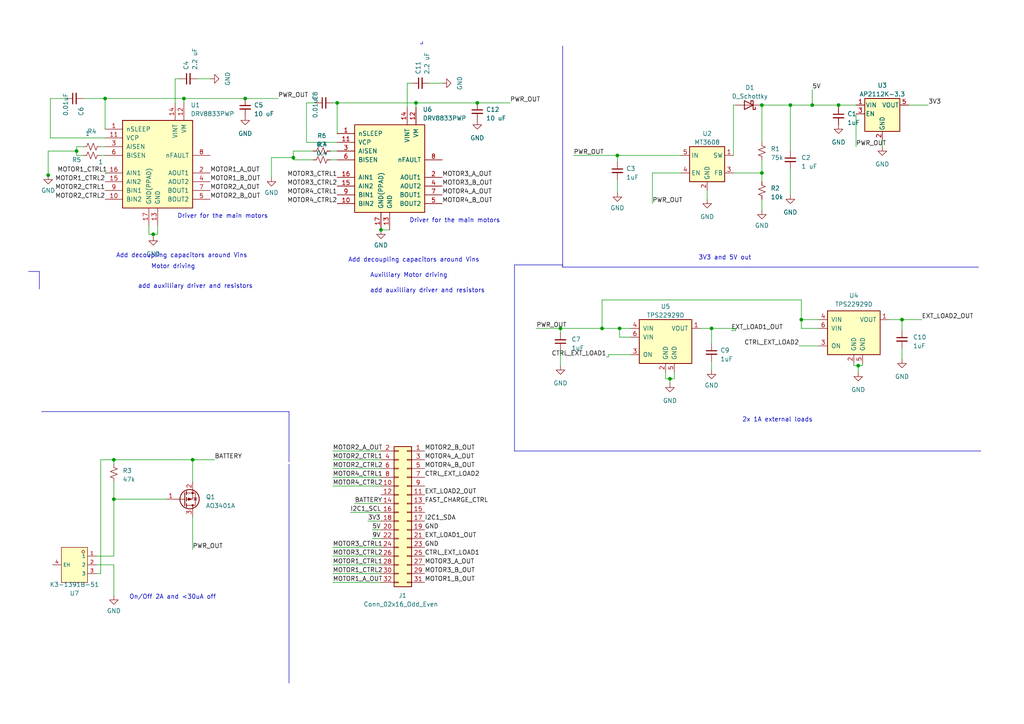
<source format=kicad_sch>
(kicad_sch (version 20230121) (generator eeschema)

  (uuid 5087cad9-8d46-42a9-9de3-6d57641b3b7d)

  (paper "A4")

  (title_block
    (title "Power Supply Circuit")
    (date "2025-03-22")
  )

  (lib_symbols
    (symbol "Connector_Generic:Conn_02x16_Odd_Even" (pin_names (offset 1.016) hide) (in_bom yes) (on_board yes)
      (property "Reference" "J" (at 1.27 20.32 0)
        (effects (font (size 1.27 1.27)))
      )
      (property "Value" "Conn_02x16_Odd_Even" (at 1.27 -22.86 0)
        (effects (font (size 1.27 1.27)))
      )
      (property "Footprint" "" (at 0 0 0)
        (effects (font (size 1.27 1.27)) hide)
      )
      (property "Datasheet" "~" (at 0 0 0)
        (effects (font (size 1.27 1.27)) hide)
      )
      (property "ki_keywords" "connector" (at 0 0 0)
        (effects (font (size 1.27 1.27)) hide)
      )
      (property "ki_description" "Generic connector, double row, 02x16, odd/even pin numbering scheme (row 1 odd numbers, row 2 even numbers), script generated (kicad-library-utils/schlib/autogen/connector/)" (at 0 0 0)
        (effects (font (size 1.27 1.27)) hide)
      )
      (property "ki_fp_filters" "Connector*:*_2x??_*" (at 0 0 0)
        (effects (font (size 1.27 1.27)) hide)
      )
      (symbol "Conn_02x16_Odd_Even_1_1"
        (rectangle (start -1.27 -20.193) (end 0 -20.447)
          (stroke (width 0.1524) (type default))
          (fill (type none))
        )
        (rectangle (start -1.27 -17.653) (end 0 -17.907)
          (stroke (width 0.1524) (type default))
          (fill (type none))
        )
        (rectangle (start -1.27 -15.113) (end 0 -15.367)
          (stroke (width 0.1524) (type default))
          (fill (type none))
        )
        (rectangle (start -1.27 -12.573) (end 0 -12.827)
          (stroke (width 0.1524) (type default))
          (fill (type none))
        )
        (rectangle (start -1.27 -10.033) (end 0 -10.287)
          (stroke (width 0.1524) (type default))
          (fill (type none))
        )
        (rectangle (start -1.27 -7.493) (end 0 -7.747)
          (stroke (width 0.1524) (type default))
          (fill (type none))
        )
        (rectangle (start -1.27 -4.953) (end 0 -5.207)
          (stroke (width 0.1524) (type default))
          (fill (type none))
        )
        (rectangle (start -1.27 -2.413) (end 0 -2.667)
          (stroke (width 0.1524) (type default))
          (fill (type none))
        )
        (rectangle (start -1.27 0.127) (end 0 -0.127)
          (stroke (width 0.1524) (type default))
          (fill (type none))
        )
        (rectangle (start -1.27 2.667) (end 0 2.413)
          (stroke (width 0.1524) (type default))
          (fill (type none))
        )
        (rectangle (start -1.27 5.207) (end 0 4.953)
          (stroke (width 0.1524) (type default))
          (fill (type none))
        )
        (rectangle (start -1.27 7.747) (end 0 7.493)
          (stroke (width 0.1524) (type default))
          (fill (type none))
        )
        (rectangle (start -1.27 10.287) (end 0 10.033)
          (stroke (width 0.1524) (type default))
          (fill (type none))
        )
        (rectangle (start -1.27 12.827) (end 0 12.573)
          (stroke (width 0.1524) (type default))
          (fill (type none))
        )
        (rectangle (start -1.27 15.367) (end 0 15.113)
          (stroke (width 0.1524) (type default))
          (fill (type none))
        )
        (rectangle (start -1.27 17.907) (end 0 17.653)
          (stroke (width 0.1524) (type default))
          (fill (type none))
        )
        (rectangle (start -1.27 19.05) (end 3.81 -21.59)
          (stroke (width 0.254) (type default))
          (fill (type background))
        )
        (rectangle (start 3.81 -20.193) (end 2.54 -20.447)
          (stroke (width 0.1524) (type default))
          (fill (type none))
        )
        (rectangle (start 3.81 -17.653) (end 2.54 -17.907)
          (stroke (width 0.1524) (type default))
          (fill (type none))
        )
        (rectangle (start 3.81 -15.113) (end 2.54 -15.367)
          (stroke (width 0.1524) (type default))
          (fill (type none))
        )
        (rectangle (start 3.81 -12.573) (end 2.54 -12.827)
          (stroke (width 0.1524) (type default))
          (fill (type none))
        )
        (rectangle (start 3.81 -10.033) (end 2.54 -10.287)
          (stroke (width 0.1524) (type default))
          (fill (type none))
        )
        (rectangle (start 3.81 -7.493) (end 2.54 -7.747)
          (stroke (width 0.1524) (type default))
          (fill (type none))
        )
        (rectangle (start 3.81 -4.953) (end 2.54 -5.207)
          (stroke (width 0.1524) (type default))
          (fill (type none))
        )
        (rectangle (start 3.81 -2.413) (end 2.54 -2.667)
          (stroke (width 0.1524) (type default))
          (fill (type none))
        )
        (rectangle (start 3.81 0.127) (end 2.54 -0.127)
          (stroke (width 0.1524) (type default))
          (fill (type none))
        )
        (rectangle (start 3.81 2.667) (end 2.54 2.413)
          (stroke (width 0.1524) (type default))
          (fill (type none))
        )
        (rectangle (start 3.81 5.207) (end 2.54 4.953)
          (stroke (width 0.1524) (type default))
          (fill (type none))
        )
        (rectangle (start 3.81 7.747) (end 2.54 7.493)
          (stroke (width 0.1524) (type default))
          (fill (type none))
        )
        (rectangle (start 3.81 10.287) (end 2.54 10.033)
          (stroke (width 0.1524) (type default))
          (fill (type none))
        )
        (rectangle (start 3.81 12.827) (end 2.54 12.573)
          (stroke (width 0.1524) (type default))
          (fill (type none))
        )
        (rectangle (start 3.81 15.367) (end 2.54 15.113)
          (stroke (width 0.1524) (type default))
          (fill (type none))
        )
        (rectangle (start 3.81 17.907) (end 2.54 17.653)
          (stroke (width 0.1524) (type default))
          (fill (type none))
        )
        (pin passive line (at -5.08 17.78 0) (length 3.81)
          (name "Pin_1" (effects (font (size 1.27 1.27))))
          (number "1" (effects (font (size 1.27 1.27))))
        )
        (pin passive line (at 7.62 7.62 180) (length 3.81)
          (name "Pin_10" (effects (font (size 1.27 1.27))))
          (number "10" (effects (font (size 1.27 1.27))))
        )
        (pin passive line (at -5.08 5.08 0) (length 3.81)
          (name "Pin_11" (effects (font (size 1.27 1.27))))
          (number "11" (effects (font (size 1.27 1.27))))
        )
        (pin passive line (at 7.62 5.08 180) (length 3.81)
          (name "Pin_12" (effects (font (size 1.27 1.27))))
          (number "12" (effects (font (size 1.27 1.27))))
        )
        (pin passive line (at -5.08 2.54 0) (length 3.81)
          (name "Pin_13" (effects (font (size 1.27 1.27))))
          (number "13" (effects (font (size 1.27 1.27))))
        )
        (pin passive line (at 7.62 2.54 180) (length 3.81)
          (name "Pin_14" (effects (font (size 1.27 1.27))))
          (number "14" (effects (font (size 1.27 1.27))))
        )
        (pin passive line (at -5.08 0 0) (length 3.81)
          (name "Pin_15" (effects (font (size 1.27 1.27))))
          (number "15" (effects (font (size 1.27 1.27))))
        )
        (pin passive line (at 7.62 0 180) (length 3.81)
          (name "Pin_16" (effects (font (size 1.27 1.27))))
          (number "16" (effects (font (size 1.27 1.27))))
        )
        (pin passive line (at -5.08 -2.54 0) (length 3.81)
          (name "Pin_17" (effects (font (size 1.27 1.27))))
          (number "17" (effects (font (size 1.27 1.27))))
        )
        (pin passive line (at 7.62 -2.54 180) (length 3.81)
          (name "Pin_18" (effects (font (size 1.27 1.27))))
          (number "18" (effects (font (size 1.27 1.27))))
        )
        (pin passive line (at -5.08 -5.08 0) (length 3.81)
          (name "Pin_19" (effects (font (size 1.27 1.27))))
          (number "19" (effects (font (size 1.27 1.27))))
        )
        (pin passive line (at 7.62 17.78 180) (length 3.81)
          (name "Pin_2" (effects (font (size 1.27 1.27))))
          (number "2" (effects (font (size 1.27 1.27))))
        )
        (pin passive line (at 7.62 -5.08 180) (length 3.81)
          (name "Pin_20" (effects (font (size 1.27 1.27))))
          (number "20" (effects (font (size 1.27 1.27))))
        )
        (pin passive line (at -5.08 -7.62 0) (length 3.81)
          (name "Pin_21" (effects (font (size 1.27 1.27))))
          (number "21" (effects (font (size 1.27 1.27))))
        )
        (pin passive line (at 7.62 -7.62 180) (length 3.81)
          (name "Pin_22" (effects (font (size 1.27 1.27))))
          (number "22" (effects (font (size 1.27 1.27))))
        )
        (pin passive line (at -5.08 -10.16 0) (length 3.81)
          (name "Pin_23" (effects (font (size 1.27 1.27))))
          (number "23" (effects (font (size 1.27 1.27))))
        )
        (pin passive line (at 7.62 -10.16 180) (length 3.81)
          (name "Pin_24" (effects (font (size 1.27 1.27))))
          (number "24" (effects (font (size 1.27 1.27))))
        )
        (pin passive line (at -5.08 -12.7 0) (length 3.81)
          (name "Pin_25" (effects (font (size 1.27 1.27))))
          (number "25" (effects (font (size 1.27 1.27))))
        )
        (pin passive line (at 7.62 -12.7 180) (length 3.81)
          (name "Pin_26" (effects (font (size 1.27 1.27))))
          (number "26" (effects (font (size 1.27 1.27))))
        )
        (pin passive line (at -5.08 -15.24 0) (length 3.81)
          (name "Pin_27" (effects (font (size 1.27 1.27))))
          (number "27" (effects (font (size 1.27 1.27))))
        )
        (pin passive line (at 7.62 -15.24 180) (length 3.81)
          (name "Pin_28" (effects (font (size 1.27 1.27))))
          (number "28" (effects (font (size 1.27 1.27))))
        )
        (pin passive line (at -5.08 -17.78 0) (length 3.81)
          (name "Pin_29" (effects (font (size 1.27 1.27))))
          (number "29" (effects (font (size 1.27 1.27))))
        )
        (pin passive line (at -5.08 15.24 0) (length 3.81)
          (name "Pin_3" (effects (font (size 1.27 1.27))))
          (number "3" (effects (font (size 1.27 1.27))))
        )
        (pin passive line (at 7.62 -17.78 180) (length 3.81)
          (name "Pin_30" (effects (font (size 1.27 1.27))))
          (number "30" (effects (font (size 1.27 1.27))))
        )
        (pin passive line (at -5.08 -20.32 0) (length 3.81)
          (name "Pin_31" (effects (font (size 1.27 1.27))))
          (number "31" (effects (font (size 1.27 1.27))))
        )
        (pin passive line (at 7.62 -20.32 180) (length 3.81)
          (name "Pin_32" (effects (font (size 1.27 1.27))))
          (number "32" (effects (font (size 1.27 1.27))))
        )
        (pin passive line (at 7.62 15.24 180) (length 3.81)
          (name "Pin_4" (effects (font (size 1.27 1.27))))
          (number "4" (effects (font (size 1.27 1.27))))
        )
        (pin passive line (at -5.08 12.7 0) (length 3.81)
          (name "Pin_5" (effects (font (size 1.27 1.27))))
          (number "5" (effects (font (size 1.27 1.27))))
        )
        (pin passive line (at 7.62 12.7 180) (length 3.81)
          (name "Pin_6" (effects (font (size 1.27 1.27))))
          (number "6" (effects (font (size 1.27 1.27))))
        )
        (pin passive line (at -5.08 10.16 0) (length 3.81)
          (name "Pin_7" (effects (font (size 1.27 1.27))))
          (number "7" (effects (font (size 1.27 1.27))))
        )
        (pin passive line (at 7.62 10.16 180) (length 3.81)
          (name "Pin_8" (effects (font (size 1.27 1.27))))
          (number "8" (effects (font (size 1.27 1.27))))
        )
        (pin passive line (at -5.08 7.62 0) (length 3.81)
          (name "Pin_9" (effects (font (size 1.27 1.27))))
          (number "9" (effects (font (size 1.27 1.27))))
        )
      )
    )
    (symbol "Device:C_Small" (pin_numbers hide) (pin_names (offset 0.254) hide) (in_bom yes) (on_board yes)
      (property "Reference" "C" (at 0.254 1.778 0)
        (effects (font (size 1.27 1.27)) (justify left))
      )
      (property "Value" "C_Small" (at 0.254 -2.032 0)
        (effects (font (size 1.27 1.27)) (justify left))
      )
      (property "Footprint" "" (at 0 0 0)
        (effects (font (size 1.27 1.27)) hide)
      )
      (property "Datasheet" "~" (at 0 0 0)
        (effects (font (size 1.27 1.27)) hide)
      )
      (property "ki_keywords" "capacitor cap" (at 0 0 0)
        (effects (font (size 1.27 1.27)) hide)
      )
      (property "ki_description" "Unpolarized capacitor, small symbol" (at 0 0 0)
        (effects (font (size 1.27 1.27)) hide)
      )
      (property "ki_fp_filters" "C_*" (at 0 0 0)
        (effects (font (size 1.27 1.27)) hide)
      )
      (symbol "C_Small_0_1"
        (polyline
          (pts
            (xy -1.524 -0.508)
            (xy 1.524 -0.508)
          )
          (stroke (width 0.3302) (type default))
          (fill (type none))
        )
        (polyline
          (pts
            (xy -1.524 0.508)
            (xy 1.524 0.508)
          )
          (stroke (width 0.3048) (type default))
          (fill (type none))
        )
      )
      (symbol "C_Small_1_1"
        (pin passive line (at 0 2.54 270) (length 2.032)
          (name "~" (effects (font (size 1.27 1.27))))
          (number "1" (effects (font (size 1.27 1.27))))
        )
        (pin passive line (at 0 -2.54 90) (length 2.032)
          (name "~" (effects (font (size 1.27 1.27))))
          (number "2" (effects (font (size 1.27 1.27))))
        )
      )
    )
    (symbol "Device:D_Schottky" (pin_numbers hide) (pin_names (offset 1.016) hide) (in_bom yes) (on_board yes)
      (property "Reference" "D" (at 0 2.54 0)
        (effects (font (size 1.27 1.27)))
      )
      (property "Value" "D_Schottky" (at 0 -2.54 0)
        (effects (font (size 1.27 1.27)))
      )
      (property "Footprint" "" (at 0 0 0)
        (effects (font (size 1.27 1.27)) hide)
      )
      (property "Datasheet" "~" (at 0 0 0)
        (effects (font (size 1.27 1.27)) hide)
      )
      (property "ki_keywords" "diode Schottky" (at 0 0 0)
        (effects (font (size 1.27 1.27)) hide)
      )
      (property "ki_description" "Schottky diode" (at 0 0 0)
        (effects (font (size 1.27 1.27)) hide)
      )
      (property "ki_fp_filters" "TO-???* *_Diode_* *SingleDiode* D_*" (at 0 0 0)
        (effects (font (size 1.27 1.27)) hide)
      )
      (symbol "D_Schottky_0_1"
        (polyline
          (pts
            (xy 1.27 0)
            (xy -1.27 0)
          )
          (stroke (width 0) (type default))
          (fill (type none))
        )
        (polyline
          (pts
            (xy 1.27 1.27)
            (xy 1.27 -1.27)
            (xy -1.27 0)
            (xy 1.27 1.27)
          )
          (stroke (width 0.254) (type default))
          (fill (type none))
        )
        (polyline
          (pts
            (xy -1.905 0.635)
            (xy -1.905 1.27)
            (xy -1.27 1.27)
            (xy -1.27 -1.27)
            (xy -0.635 -1.27)
            (xy -0.635 -0.635)
          )
          (stroke (width 0.254) (type default))
          (fill (type none))
        )
      )
      (symbol "D_Schottky_1_1"
        (pin passive line (at -3.81 0 0) (length 2.54)
          (name "K" (effects (font (size 1.27 1.27))))
          (number "1" (effects (font (size 1.27 1.27))))
        )
        (pin passive line (at 3.81 0 180) (length 2.54)
          (name "A" (effects (font (size 1.27 1.27))))
          (number "2" (effects (font (size 1.27 1.27))))
        )
      )
    )
    (symbol "Device:R_Small_US" (pin_numbers hide) (pin_names (offset 0.254) hide) (in_bom yes) (on_board yes)
      (property "Reference" "R" (at 0.762 0.508 0)
        (effects (font (size 1.27 1.27)) (justify left))
      )
      (property "Value" "R_Small_US" (at 0.762 -1.016 0)
        (effects (font (size 1.27 1.27)) (justify left))
      )
      (property "Footprint" "" (at 0 0 0)
        (effects (font (size 1.27 1.27)) hide)
      )
      (property "Datasheet" "~" (at 0 0 0)
        (effects (font (size 1.27 1.27)) hide)
      )
      (property "ki_keywords" "r resistor" (at 0 0 0)
        (effects (font (size 1.27 1.27)) hide)
      )
      (property "ki_description" "Resistor, small US symbol" (at 0 0 0)
        (effects (font (size 1.27 1.27)) hide)
      )
      (property "ki_fp_filters" "R_*" (at 0 0 0)
        (effects (font (size 1.27 1.27)) hide)
      )
      (symbol "R_Small_US_1_1"
        (polyline
          (pts
            (xy 0 0)
            (xy 1.016 -0.381)
            (xy 0 -0.762)
            (xy -1.016 -1.143)
            (xy 0 -1.524)
          )
          (stroke (width 0) (type default))
          (fill (type none))
        )
        (polyline
          (pts
            (xy 0 1.524)
            (xy 1.016 1.143)
            (xy 0 0.762)
            (xy -1.016 0.381)
            (xy 0 0)
          )
          (stroke (width 0) (type default))
          (fill (type none))
        )
        (pin passive line (at 0 2.54 270) (length 1.016)
          (name "~" (effects (font (size 1.27 1.27))))
          (number "1" (effects (font (size 1.27 1.27))))
        )
        (pin passive line (at 0 -2.54 90) (length 1.016)
          (name "~" (effects (font (size 1.27 1.27))))
          (number "2" (effects (font (size 1.27 1.27))))
        )
      )
    )
    (symbol "Driver_Motor:DRV8833PWP" (pin_names (offset 1.016)) (in_bom yes) (on_board yes)
      (property "Reference" "U" (at -3.81 16.51 0)
        (effects (font (size 1.27 1.27)))
      )
      (property "Value" "DRV8833PWP" (at -3.81 13.97 0)
        (effects (font (size 1.27 1.27)))
      )
      (property "Footprint" "Package_SO:HTSSOP-16-1EP_4.4x5mm_P0.65mm_EP3.4x5mm_Mask2.46x2.31mm_ThermalVias" (at 11.43 11.43 0)
        (effects (font (size 1.27 1.27)) (justify left) hide)
      )
      (property "Datasheet" "http://www.ti.com/lit/ds/symlink/drv8833.pdf" (at -3.81 13.97 0)
        (effects (font (size 1.27 1.27)) hide)
      )
      (property "ki_keywords" "H-bridge motor driver" (at 0 0 0)
        (effects (font (size 1.27 1.27)) hide)
      )
      (property "ki_description" "Dual H-Bridge Motor Driver, HTSSOP-16" (at 0 0 0)
        (effects (font (size 1.27 1.27)) hide)
      )
      (property "ki_fp_filters" "HTSSOP-16-1EP*4.4x5mm*P0.65mm*" (at 0 0 0)
        (effects (font (size 1.27 1.27)) hide)
      )
      (symbol "DRV8833PWP_0_1"
        (rectangle (start -10.16 12.7) (end 10.16 -12.7)
          (stroke (width 0.254) (type default))
          (fill (type background))
        )
      )
      (symbol "DRV8833PWP_1_1"
        (pin input line (at -15.24 10.16 0) (length 5.08)
          (name "nSLEEP" (effects (font (size 1.27 1.27))))
          (number "1" (effects (font (size 1.27 1.27))))
        )
        (pin input line (at -15.24 -10.16 0) (length 5.08)
          (name "BIN2" (effects (font (size 1.27 1.27))))
          (number "10" (effects (font (size 1.27 1.27))))
        )
        (pin bidirectional line (at -15.24 7.62 0) (length 5.08)
          (name "VCP" (effects (font (size 1.27 1.27))))
          (number "11" (effects (font (size 1.27 1.27))))
        )
        (pin power_in line (at 7.62 17.78 270) (length 5.08)
          (name "VM" (effects (font (size 1.27 1.27))))
          (number "12" (effects (font (size 1.27 1.27))))
        )
        (pin power_in line (at 0 -17.78 90) (length 5.08)
          (name "GND" (effects (font (size 1.27 1.27))))
          (number "13" (effects (font (size 1.27 1.27))))
        )
        (pin power_in line (at 5.08 17.78 270) (length 5.08)
          (name "VINT" (effects (font (size 1.27 1.27))))
          (number "14" (effects (font (size 1.27 1.27))))
        )
        (pin input line (at -15.24 -5.08 0) (length 5.08)
          (name "AIN2" (effects (font (size 1.27 1.27))))
          (number "15" (effects (font (size 1.27 1.27))))
        )
        (pin input line (at -15.24 -2.54 0) (length 5.08)
          (name "AIN1" (effects (font (size 1.27 1.27))))
          (number "16" (effects (font (size 1.27 1.27))))
        )
        (pin power_in line (at -2.54 -17.78 90) (length 5.08)
          (name "GND(PPAD)" (effects (font (size 1.27 1.27))))
          (number "17" (effects (font (size 1.27 1.27))))
        )
        (pin power_out line (at 15.24 -2.54 180) (length 5.08)
          (name "AOUT1" (effects (font (size 1.27 1.27))))
          (number "2" (effects (font (size 1.27 1.27))))
        )
        (pin bidirectional line (at -15.24 5.08 0) (length 5.08)
          (name "AISEN" (effects (font (size 1.27 1.27))))
          (number "3" (effects (font (size 1.27 1.27))))
        )
        (pin power_out line (at 15.24 -5.08 180) (length 5.08)
          (name "AOUT2" (effects (font (size 1.27 1.27))))
          (number "4" (effects (font (size 1.27 1.27))))
        )
        (pin power_out line (at 15.24 -10.16 180) (length 5.08)
          (name "BOUT2" (effects (font (size 1.27 1.27))))
          (number "5" (effects (font (size 1.27 1.27))))
        )
        (pin bidirectional line (at -15.24 2.54 0) (length 5.08)
          (name "BISEN" (effects (font (size 1.27 1.27))))
          (number "6" (effects (font (size 1.27 1.27))))
        )
        (pin power_out line (at 15.24 -7.62 180) (length 5.08)
          (name "BOUT1" (effects (font (size 1.27 1.27))))
          (number "7" (effects (font (size 1.27 1.27))))
        )
        (pin open_collector line (at 15.24 2.54 180) (length 5.08)
          (name "nFAULT" (effects (font (size 1.27 1.27))))
          (number "8" (effects (font (size 1.27 1.27))))
        )
        (pin input line (at -15.24 -7.62 0) (length 5.08)
          (name "BIN1" (effects (font (size 1.27 1.27))))
          (number "9" (effects (font (size 1.27 1.27))))
        )
      )
    )
    (symbol "Power_Management:TPS22929D" (pin_names (offset 1.016)) (in_bom yes) (on_board yes)
      (property "Reference" "U" (at -7.62 8.89 0)
        (effects (font (size 1.27 1.27)) (justify left))
      )
      (property "Value" "TPS22929D" (at 7.62 8.89 0)
        (effects (font (size 1.27 1.27)) (justify right))
      )
      (property "Footprint" "Package_TO_SOT_SMD:SOT-23-6" (at 0 -10.16 0)
        (effects (font (size 1.27 1.27)) hide)
      )
      (property "Datasheet" "http://www.ti.com/lit/ds/symlink/tps22929d.pdf" (at -2.54 11.43 0)
        (effects (font (size 1.27 1.27)) hide)
      )
      (property "ki_keywords" "high-side power distribution switch" (at 0 0 0)
        (effects (font (size 1.27 1.27)) hide)
      )
      (property "ki_description" "High side, power distribution switch, 1.4V-5.5V, 1.8A, SOT23-6 package" (at 0 0 0)
        (effects (font (size 1.27 1.27)) hide)
      )
      (property "ki_fp_filters" "SOT?23*" (at 0 0 0)
        (effects (font (size 1.27 1.27)) hide)
      )
      (symbol "TPS22929D_0_1"
        (rectangle (start -7.62 7.62) (end 7.62 -5.08)
          (stroke (width 0.254) (type default))
          (fill (type background))
        )
      )
      (symbol "TPS22929D_1_1"
        (pin power_out line (at 10.16 5.08 180) (length 2.54)
          (name "VOUT" (effects (font (size 1.27 1.27))))
          (number "1" (effects (font (size 1.27 1.27))))
        )
        (pin power_in line (at 0 -7.62 90) (length 2.54)
          (name "GND" (effects (font (size 1.27 1.27))))
          (number "2" (effects (font (size 1.27 1.27))))
        )
        (pin input line (at -10.16 -2.54 0) (length 2.54)
          (name "ON" (effects (font (size 1.27 1.27))))
          (number "3" (effects (font (size 1.27 1.27))))
        )
        (pin power_in line (at -10.16 5.08 0) (length 2.54)
          (name "VIN" (effects (font (size 1.27 1.27))))
          (number "4" (effects (font (size 1.27 1.27))))
        )
        (pin power_in line (at 2.54 -7.62 90) (length 2.54)
          (name "GND" (effects (font (size 1.27 1.27))))
          (number "5" (effects (font (size 1.27 1.27))))
        )
        (pin power_in line (at -10.16 2.54 0) (length 2.54)
          (name "VIN" (effects (font (size 1.27 1.27))))
          (number "6" (effects (font (size 1.27 1.27))))
        )
      )
    )
    (symbol "Regulator_Linear:AP2112K-3.3" (pin_names (offset 0.254)) (in_bom yes) (on_board yes)
      (property "Reference" "U" (at -5.08 5.715 0)
        (effects (font (size 1.27 1.27)) (justify left))
      )
      (property "Value" "AP2112K-3.3" (at 0 5.715 0)
        (effects (font (size 1.27 1.27)) (justify left))
      )
      (property "Footprint" "Package_TO_SOT_SMD:SOT-23-5" (at 0 8.255 0)
        (effects (font (size 1.27 1.27)) hide)
      )
      (property "Datasheet" "https://www.diodes.com/assets/Datasheets/AP2112.pdf" (at 0 2.54 0)
        (effects (font (size 1.27 1.27)) hide)
      )
      (property "ki_keywords" "linear regulator ldo fixed positive" (at 0 0 0)
        (effects (font (size 1.27 1.27)) hide)
      )
      (property "ki_description" "600mA low dropout linear regulator, with enable pin, 3.8V-6V input voltage range, 3.3V fixed positive output, SOT-23-5" (at 0 0 0)
        (effects (font (size 1.27 1.27)) hide)
      )
      (property "ki_fp_filters" "SOT?23?5*" (at 0 0 0)
        (effects (font (size 1.27 1.27)) hide)
      )
      (symbol "AP2112K-3.3_0_1"
        (rectangle (start -5.08 4.445) (end 5.08 -5.08)
          (stroke (width 0.254) (type default))
          (fill (type background))
        )
      )
      (symbol "AP2112K-3.3_1_1"
        (pin power_in line (at -7.62 2.54 0) (length 2.54)
          (name "VIN" (effects (font (size 1.27 1.27))))
          (number "1" (effects (font (size 1.27 1.27))))
        )
        (pin power_in line (at 0 -7.62 90) (length 2.54)
          (name "GND" (effects (font (size 1.27 1.27))))
          (number "2" (effects (font (size 1.27 1.27))))
        )
        (pin input line (at -7.62 0 0) (length 2.54)
          (name "EN" (effects (font (size 1.27 1.27))))
          (number "3" (effects (font (size 1.27 1.27))))
        )
        (pin no_connect line (at 5.08 0 180) (length 2.54) hide
          (name "NC" (effects (font (size 1.27 1.27))))
          (number "4" (effects (font (size 1.27 1.27))))
        )
        (pin power_out line (at 7.62 2.54 180) (length 2.54)
          (name "VOUT" (effects (font (size 1.27 1.27))))
          (number "5" (effects (font (size 1.27 1.27))))
        )
      )
    )
    (symbol "Regulator_Switching:MT3608" (in_bom yes) (on_board yes)
      (property "Reference" "U" (at -2.54 8.89 0)
        (effects (font (size 1.27 1.27)) (justify left))
      )
      (property "Value" "MT3608" (at -3.81 6.35 0)
        (effects (font (size 1.27 1.27)) (justify left))
      )
      (property "Footprint" "Package_TO_SOT_SMD:SOT-23-6" (at 1.27 -6.35 0)
        (effects (font (size 1.27 1.27) italic) (justify left) hide)
      )
      (property "Datasheet" "https://www.olimex.com/Products/Breadboarding/BB-PWR-3608/resources/MT3608.pdf" (at -6.35 11.43 0)
        (effects (font (size 1.27 1.27)) hide)
      )
      (property "ki_keywords" "Step-Up Boost DC-DC Regulator Adjustable" (at 0 0 0)
        (effects (font (size 1.27 1.27)) hide)
      )
      (property "ki_description" "High Efficiency 1.2MHz 2A Step Up Converter, 2-24V Vin, 28V Vout, 4A current limit, 1.2MHz, SOT23-6" (at 0 0 0)
        (effects (font (size 1.27 1.27)) hide)
      )
      (property "ki_fp_filters" "SOT*23*" (at 0 0 0)
        (effects (font (size 1.27 1.27)) hide)
      )
      (symbol "MT3608_0_1"
        (rectangle (start -5.08 5.08) (end 5.08 -5.08)
          (stroke (width 0.254) (type default))
          (fill (type background))
        )
      )
      (symbol "MT3608_1_1"
        (pin passive line (at 7.62 2.54 180) (length 2.54)
          (name "SW" (effects (font (size 1.27 1.27))))
          (number "1" (effects (font (size 1.27 1.27))))
        )
        (pin power_in line (at 0 -7.62 90) (length 2.54)
          (name "GND" (effects (font (size 1.27 1.27))))
          (number "2" (effects (font (size 1.27 1.27))))
        )
        (pin input line (at 7.62 -2.54 180) (length 2.54)
          (name "FB" (effects (font (size 1.27 1.27))))
          (number "3" (effects (font (size 1.27 1.27))))
        )
        (pin input line (at -7.62 -2.54 0) (length 2.54)
          (name "EN" (effects (font (size 1.27 1.27))))
          (number "4" (effects (font (size 1.27 1.27))))
        )
        (pin power_in line (at -7.62 2.54 0) (length 2.54)
          (name "IN" (effects (font (size 1.27 1.27))))
          (number "5" (effects (font (size 1.27 1.27))))
        )
        (pin no_connect line (at 5.08 0 180) (length 2.54) hide
          (name "NC" (effects (font (size 1.27 1.27))))
          (number "6" (effects (font (size 1.27 1.27))))
        )
      )
    )
    (symbol "Slide Switch Korean Hroparts Elec:K3-1391B-51" (in_bom yes) (on_board yes)
      (property "Reference" "U" (at 0 1.27 0)
        (effects (font (size 1.27 1.27)))
      )
      (property "Value" "K3-1391B-51" (at 0 -2.54 0)
        (effects (font (size 1.27 1.27)))
      )
      (property "Footprint" "footprint:SW-TH_K3-1391B-51" (at 0 -10.16 0)
        (effects (font (size 1.27 1.27) italic) hide)
      )
      (property "Datasheet" "https://item.szlcsc.com/93849.html?ref=editor&logined=true" (at -2.286 0.127 0)
        (effects (font (size 1.27 1.27)) (justify left) hide)
      )
      (property "LCSC" "C92656" (at 0 0 0)
        (effects (font (size 1.27 1.27)) hide)
      )
      (property "ki_keywords" "C92656" (at 0 0 0)
        (effects (font (size 1.27 1.27)) hide)
      )
      (symbol "K3-1391B-51_0_1"
        (rectangle (start -3.81 5.08) (end 3.81 -5.08)
          (stroke (width 0) (type default))
          (fill (type background))
        )
        (circle (center -2.54 3.81) (radius 0.381)
          (stroke (width 0) (type default))
          (fill (type background))
        )
        (pin unspecified line (at -6.35 2.54 0) (length 2.54)
          (name "1" (effects (font (size 1 1))))
          (number "1" (effects (font (size 1 1))))
        )
        (pin unspecified line (at -6.35 0 0) (length 2.54)
          (name "2" (effects (font (size 1 1))))
          (number "2" (effects (font (size 1 1))))
        )
        (pin unspecified line (at -6.35 -2.54 0) (length 2.54)
          (name "3" (effects (font (size 1 1))))
          (number "3" (effects (font (size 1 1))))
        )
        (pin unspecified line (at 6.35 0 180) (length 2.54)
          (name "EH" (effects (font (size 1 1))))
          (number "4" (effects (font (size 1 1))))
        )
      )
    )
    (symbol "Transistor_FET:AO3401A" (pin_names hide) (in_bom yes) (on_board yes)
      (property "Reference" "Q" (at 5.08 1.905 0)
        (effects (font (size 1.27 1.27)) (justify left))
      )
      (property "Value" "AO3401A" (at 5.08 0 0)
        (effects (font (size 1.27 1.27)) (justify left))
      )
      (property "Footprint" "Package_TO_SOT_SMD:SOT-23" (at 5.08 -1.905 0)
        (effects (font (size 1.27 1.27) italic) (justify left) hide)
      )
      (property "Datasheet" "http://www.aosmd.com/pdfs/datasheet/AO3401A.pdf" (at 0 0 0)
        (effects (font (size 1.27 1.27)) (justify left) hide)
      )
      (property "ki_keywords" "P-Channel MOSFET" (at 0 0 0)
        (effects (font (size 1.27 1.27)) hide)
      )
      (property "ki_description" "-4.0A Id, -30V Vds, P-Channel MOSFET, SOT-23" (at 0 0 0)
        (effects (font (size 1.27 1.27)) hide)
      )
      (property "ki_fp_filters" "SOT?23*" (at 0 0 0)
        (effects (font (size 1.27 1.27)) hide)
      )
      (symbol "AO3401A_0_1"
        (polyline
          (pts
            (xy 0.254 0)
            (xy -2.54 0)
          )
          (stroke (width 0) (type default))
          (fill (type none))
        )
        (polyline
          (pts
            (xy 0.254 1.905)
            (xy 0.254 -1.905)
          )
          (stroke (width 0.254) (type default))
          (fill (type none))
        )
        (polyline
          (pts
            (xy 0.762 -1.27)
            (xy 0.762 -2.286)
          )
          (stroke (width 0.254) (type default))
          (fill (type none))
        )
        (polyline
          (pts
            (xy 0.762 0.508)
            (xy 0.762 -0.508)
          )
          (stroke (width 0.254) (type default))
          (fill (type none))
        )
        (polyline
          (pts
            (xy 0.762 2.286)
            (xy 0.762 1.27)
          )
          (stroke (width 0.254) (type default))
          (fill (type none))
        )
        (polyline
          (pts
            (xy 2.54 2.54)
            (xy 2.54 1.778)
          )
          (stroke (width 0) (type default))
          (fill (type none))
        )
        (polyline
          (pts
            (xy 2.54 -2.54)
            (xy 2.54 0)
            (xy 0.762 0)
          )
          (stroke (width 0) (type default))
          (fill (type none))
        )
        (polyline
          (pts
            (xy 0.762 1.778)
            (xy 3.302 1.778)
            (xy 3.302 -1.778)
            (xy 0.762 -1.778)
          )
          (stroke (width 0) (type default))
          (fill (type none))
        )
        (polyline
          (pts
            (xy 2.286 0)
            (xy 1.27 0.381)
            (xy 1.27 -0.381)
            (xy 2.286 0)
          )
          (stroke (width 0) (type default))
          (fill (type outline))
        )
        (polyline
          (pts
            (xy 2.794 -0.508)
            (xy 2.921 -0.381)
            (xy 3.683 -0.381)
            (xy 3.81 -0.254)
          )
          (stroke (width 0) (type default))
          (fill (type none))
        )
        (polyline
          (pts
            (xy 3.302 -0.381)
            (xy 2.921 0.254)
            (xy 3.683 0.254)
            (xy 3.302 -0.381)
          )
          (stroke (width 0) (type default))
          (fill (type none))
        )
        (circle (center 1.651 0) (radius 2.794)
          (stroke (width 0.254) (type default))
          (fill (type none))
        )
        (circle (center 2.54 -1.778) (radius 0.254)
          (stroke (width 0) (type default))
          (fill (type outline))
        )
        (circle (center 2.54 1.778) (radius 0.254)
          (stroke (width 0) (type default))
          (fill (type outline))
        )
      )
      (symbol "AO3401A_1_1"
        (pin input line (at -5.08 0 0) (length 2.54)
          (name "G" (effects (font (size 1.27 1.27))))
          (number "1" (effects (font (size 1.27 1.27))))
        )
        (pin passive line (at 2.54 -5.08 90) (length 2.54)
          (name "S" (effects (font (size 1.27 1.27))))
          (number "2" (effects (font (size 1.27 1.27))))
        )
        (pin passive line (at 2.54 5.08 270) (length 2.54)
          (name "D" (effects (font (size 1.27 1.27))))
          (number "3" (effects (font (size 1.27 1.27))))
        )
      )
    )
    (symbol "power:GND" (power) (pin_names (offset 0)) (in_bom yes) (on_board yes)
      (property "Reference" "#PWR" (at 0 -6.35 0)
        (effects (font (size 1.27 1.27)) hide)
      )
      (property "Value" "GND" (at 0 -3.81 0)
        (effects (font (size 1.27 1.27)))
      )
      (property "Footprint" "" (at 0 0 0)
        (effects (font (size 1.27 1.27)) hide)
      )
      (property "Datasheet" "" (at 0 0 0)
        (effects (font (size 1.27 1.27)) hide)
      )
      (property "ki_keywords" "global power" (at 0 0 0)
        (effects (font (size 1.27 1.27)) hide)
      )
      (property "ki_description" "Power symbol creates a global label with name \"GND\" , ground" (at 0 0 0)
        (effects (font (size 1.27 1.27)) hide)
      )
      (symbol "GND_0_1"
        (polyline
          (pts
            (xy 0 0)
            (xy 0 -1.27)
            (xy 1.27 -1.27)
            (xy 0 -2.54)
            (xy -1.27 -1.27)
            (xy 0 -1.27)
          )
          (stroke (width 0) (type default))
          (fill (type none))
        )
      )
      (symbol "GND_1_1"
        (pin power_in line (at 0 0 270) (length 0) hide
          (name "GND" (effects (font (size 1.27 1.27))))
          (number "1" (effects (font (size 1.27 1.27))))
        )
      )
    )
  )

  (junction (at 179.07 45.085) (diameter 0) (color 0 0 0 0)
    (uuid 01d543f2-325b-4e56-b1d9-65fb8e61e845)
  )
  (junction (at 248.92 106.045) (diameter 0) (color 0 0 0 0)
    (uuid 0e319265-732c-4d33-bfb3-860b73dc3237)
  )
  (junction (at 229.235 30.48) (diameter 0) (color 0 0 0 0)
    (uuid 2ada75ee-02dc-4c55-bbd6-7543bfce12e0)
  )
  (junction (at 110.49 66.675) (diameter 0) (color 0 0 0 0)
    (uuid 2c0d5e7f-a37c-4e5c-92f6-4479a0d7cbf0)
  )
  (junction (at 261.62 92.71) (diameter 0) (color 0 0 0 0)
    (uuid 41d5b716-ed95-4958-99c8-d464fb302a6b)
  )
  (junction (at 220.98 50.165) (diameter 0) (color 0 0 0 0)
    (uuid 56a742b0-a139-4f11-a6ce-206ecc77fd2a)
  )
  (junction (at 206.375 95.25) (diameter 0) (color 0 0 0 0)
    (uuid 638479f4-aec1-4fe8-9d1b-b101fb535429)
  )
  (junction (at 97.79 29.845) (diameter 0) (color 0 0 0 0)
    (uuid 6ca2793b-3b19-44e2-a05f-d57959be368f)
  )
  (junction (at 30.48 28.575) (diameter 0) (color 0 0 0 0)
    (uuid 71ff8b65-124e-44e8-ae35-31daa11c3a62)
  )
  (junction (at 55.88 133.35) (diameter 0) (color 0 0 0 0)
    (uuid 72d21f17-bae8-4ea1-aca5-19b43d0f0d9e)
  )
  (junction (at 162.56 95.25) (diameter 0) (color 0 0 0 0)
    (uuid 78d324bd-9298-453d-aadb-f23a2963c721)
  )
  (junction (at 138.43 29.845) (diameter 0) (color 0 0 0 0)
    (uuid 7a7bac32-d3e5-4efe-b058-2eadb43431b0)
  )
  (junction (at 243.205 30.48) (diameter 0) (color 0 0 0 0)
    (uuid 7f124eb8-1bbc-4dd4-b72d-ffce85cf4e4f)
  )
  (junction (at 120.65 29.845) (diameter 0) (color 0 0 0 0)
    (uuid 826f8ffa-f927-42fe-a398-6769d3f1e613)
  )
  (junction (at 53.34 28.575) (diameter 0) (color 0 0 0 0)
    (uuid 90d57b8f-c7f9-46b4-addd-dc4955015bb4)
  )
  (junction (at 232.41 92.71) (diameter 0) (color 0 0 0 0)
    (uuid 9f8ae1e9-441d-4fca-b02d-b7402ab34a17)
  )
  (junction (at 220.98 30.48) (diameter 0) (color 0 0 0 0)
    (uuid a5b57144-6dfa-4366-a3ee-dcc0e140fdb0)
  )
  (junction (at 33.02 144.78) (diameter 0) (color 0 0 0 0)
    (uuid aa59c69a-8300-46ea-a131-b09b336a11b9)
  )
  (junction (at 44.45 67.945) (diameter 0) (color 0 0 0 0)
    (uuid ae3e3ea0-144e-407e-bf0b-c95de38bbe38)
  )
  (junction (at 22.225 43.815) (diameter 0) (color 0 0 0 0)
    (uuid ae7f155c-5183-43de-a95f-ed600b6a5147)
  )
  (junction (at 13.97 50.8) (diameter 0) (color 0 0 0 0)
    (uuid bad2b8f6-3611-4659-96cc-e5e759ff04f4)
  )
  (junction (at 85.09 45.72) (diameter 0) (color 0 0 0 0)
    (uuid bc199963-c8b8-4890-9c30-c22f951b02d0)
  )
  (junction (at 194.31 109.855) (diameter 0) (color 0 0 0 0)
    (uuid bef4ec38-a50c-40f9-b1fb-0ba17cbaf60e)
  )
  (junction (at 71.12 28.575) (diameter 0) (color 0 0 0 0)
    (uuid d35b7617-ddf8-4e58-82d0-a9ed53b30e34)
  )
  (junction (at 174.625 95.25) (diameter 0) (color 0 0 0 0)
    (uuid d63d1fc4-607f-46eb-8f76-eebee88e45aa)
  )
  (junction (at 179.705 95.25) (diameter 0) (color 0 0 0 0)
    (uuid d64b34ad-bf7b-4966-8775-34efc2943446)
  )
  (junction (at 33.02 133.35) (diameter 0) (color 0 0 0 0)
    (uuid d7c376de-0db7-4804-92db-18b945dc3818)
  )
  (junction (at 235.585 30.48) (diameter 0) (color 0 0 0 0)
    (uuid e4dff511-d078-4840-a388-8dc39cff4dc0)
  )

  (wire (pts (xy 53.34 29.845) (xy 53.34 28.575))
    (stroke (width 0) (type default))
    (uuid 00d01004-3618-4746-891b-3b3a38cb0cec)
  )
  (wire (pts (xy 96.52 135.89) (xy 110.49 135.89))
    (stroke (width 0) (type default))
    (uuid 017ab110-890a-4a68-ba0f-59ef52678077)
  )
  (wire (pts (xy 90.805 43.815) (xy 85.09 43.815))
    (stroke (width 0) (type default))
    (uuid 0224588a-3637-4040-8406-a8aa94ba05da)
  )
  (wire (pts (xy 179.705 97.79) (xy 179.705 95.25))
    (stroke (width 0) (type default))
    (uuid 067b8661-6bc1-4eef-8eb6-09d5798fbef8)
  )
  (wire (pts (xy 235.585 26.035) (xy 235.585 30.48))
    (stroke (width 0) (type default))
    (uuid 0916771f-b549-4205-8ead-78c31ea57c40)
  )
  (wire (pts (xy 206.375 95.25) (xy 213.36 95.25))
    (stroke (width 0) (type default))
    (uuid 0a8c16b1-1b9d-46f1-b52f-c50a9adadf66)
  )
  (wire (pts (xy 13.97 43.815) (xy 13.97 50.8))
    (stroke (width 0) (type default))
    (uuid 0fe385a2-e050-47ad-b85b-fb1106fc5e44)
  )
  (wire (pts (xy 55.88 149.86) (xy 55.88 159.385))
    (stroke (width 0) (type default))
    (uuid 10e1f512-1d5a-467f-8d1a-29e1513fa812)
  )
  (wire (pts (xy 88.9 41.275) (xy 97.79 41.275))
    (stroke (width 0) (type default))
    (uuid 1450ea49-85dc-4d78-8dd5-b7a62a3db4a0)
  )
  (wire (pts (xy 30.48 28.575) (xy 24.13 28.575))
    (stroke (width 0) (type default))
    (uuid 14a3e0c0-ae81-4ac6-a47a-0ec5c76672f5)
  )
  (wire (pts (xy 195.58 107.95) (xy 195.58 109.855))
    (stroke (width 0) (type default))
    (uuid 1538ad2c-b432-4199-9e6e-bf2d90538044)
  )
  (wire (pts (xy 22.225 42.545) (xy 22.225 43.815))
    (stroke (width 0) (type default))
    (uuid 1588b720-2559-4f36-aa40-c8ce2d06dd7e)
  )
  (wire (pts (xy 85.09 46.355) (xy 90.805 46.355))
    (stroke (width 0) (type default))
    (uuid 166e0687-4cb9-47cf-ae4e-2882d1fbecf5)
  )
  (wire (pts (xy 182.88 97.79) (xy 179.705 97.79))
    (stroke (width 0) (type default))
    (uuid 1763435c-35fa-4256-9e7e-134967e520bd)
  )
  (wire (pts (xy 27.94 163.83) (xy 33.02 163.83))
    (stroke (width 0) (type default))
    (uuid 18d88ba0-50e7-4043-a511-00bfdeeae1a3)
  )
  (wire (pts (xy 179.07 45.085) (xy 197.485 45.085))
    (stroke (width 0) (type default))
    (uuid 19059670-1450-4db2-81e5-ac638ab5286f)
  )
  (wire (pts (xy 33.02 133.35) (xy 55.88 133.35))
    (stroke (width 0) (type default))
    (uuid 192cc8eb-730f-456e-a4b8-914c054d540f)
  )
  (wire (pts (xy 57.15 22.86) (xy 60.96 22.86))
    (stroke (width 0) (type default))
    (uuid 199cb4f7-e5d3-4883-807c-726ce55ab912)
  )
  (wire (pts (xy 248.285 33.02) (xy 248.285 42.545))
    (stroke (width 0) (type default))
    (uuid 201fd31f-1992-4bf3-97d9-2cd5672cfe5a)
  )
  (wire (pts (xy 13.97 43.815) (xy 22.225 43.815))
    (stroke (width 0) (type default))
    (uuid 216a27fc-2c83-42a4-a771-3b37a90f491a)
  )
  (wire (pts (xy 232.41 92.71) (xy 232.41 95.25))
    (stroke (width 0) (type default))
    (uuid 23c01d46-93d6-4154-8101-fcaa3674da05)
  )
  (wire (pts (xy 255.905 40.64) (xy 255.905 42.545))
    (stroke (width 0) (type default))
    (uuid 2675425e-12c4-474d-9c04-56b14f96da2f)
  )
  (wire (pts (xy 45.72 67.945) (xy 44.45 67.945))
    (stroke (width 0) (type default))
    (uuid 2d56350c-c2ac-4b0f-84f9-a0051a15caa5)
  )
  (polyline (pts (xy 11.43 78.74) (xy 8.255 78.74))
    (stroke (width 0) (type default))
    (uuid 2f67285b-0f83-4ee0-b1c9-2992cc8334f0)
  )

  (wire (pts (xy 96.52 158.75) (xy 110.49 158.75))
    (stroke (width 0) (type default))
    (uuid 30bb8946-334a-4695-9766-b74f16e3bb66)
  )
  (wire (pts (xy 33.02 139.7) (xy 33.02 144.78))
    (stroke (width 0) (type default))
    (uuid 30cc28d8-6674-46be-8bb5-2b7b403a54a8)
  )
  (wire (pts (xy 263.525 30.48) (xy 269.24 30.48))
    (stroke (width 0) (type default))
    (uuid 36212853-f7b8-4277-8b0e-1e529f97739b)
  )
  (wire (pts (xy 206.375 104.775) (xy 206.375 107.315))
    (stroke (width 0) (type default))
    (uuid 38f0c9a7-a58b-4378-8c70-4cd5251c9957)
  )
  (wire (pts (xy 88.9 29.845) (xy 91.44 29.845))
    (stroke (width 0) (type default))
    (uuid 39fb2dbb-4eb8-4c29-82af-e226520a01dc)
  )
  (wire (pts (xy 55.88 139.7) (xy 55.88 133.35))
    (stroke (width 0) (type default))
    (uuid 3c6e4cbd-c0d0-4e75-bce0-d968a443fe6b)
  )
  (wire (pts (xy 33.02 134.62) (xy 33.02 133.35))
    (stroke (width 0) (type default))
    (uuid 3c7fdf53-c1cf-4f1f-8888-062c5cb3fbec)
  )
  (wire (pts (xy 231.775 100.33) (xy 237.49 100.33))
    (stroke (width 0) (type default))
    (uuid 3d1959b6-c060-4b58-ad32-586e44c53bab)
  )
  (wire (pts (xy 229.235 30.48) (xy 229.235 43.815))
    (stroke (width 0) (type default))
    (uuid 3eca3205-baac-4398-9e6b-524efc1a8651)
  )
  (wire (pts (xy 30.48 28.575) (xy 53.34 28.575))
    (stroke (width 0) (type default))
    (uuid 433791c3-92cf-408a-8abc-c2044edb4165)
  )
  (wire (pts (xy 44.45 67.945) (xy 44.45 68.58))
    (stroke (width 0) (type default))
    (uuid 436fda70-cd24-4980-810d-d8fbd5709875)
  )
  (wire (pts (xy 250.19 105.41) (xy 250.19 106.045))
    (stroke (width 0) (type default))
    (uuid 449e61d6-678e-49cf-bddf-c8f0290c87b0)
  )
  (wire (pts (xy 29.21 45.085) (xy 30.48 45.085))
    (stroke (width 0) (type default))
    (uuid 4522e138-a2a1-4a23-902b-cfc43a6a08aa)
  )
  (wire (pts (xy 33.02 163.83) (xy 33.02 172.72))
    (stroke (width 0) (type default))
    (uuid 464ad51f-10db-4d85-a67c-8a97e94c49ea)
  )
  (polyline (pts (xy 163.195 13.335) (xy 163.195 77.47))
    (stroke (width 0) (type default))
    (uuid 4699d075-ea01-45e0-87f2-8dae75ca4917)
  )

  (wire (pts (xy 176.53 102.87) (xy 176.53 103.505))
    (stroke (width 0) (type default))
    (uuid 46eafb9a-689f-4754-97fa-0eb3c09b83c3)
  )
  (wire (pts (xy 118.11 24.13) (xy 118.11 31.115))
    (stroke (width 0) (type default))
    (uuid 479c654f-e22e-4acd-933a-c502802d5c83)
  )
  (wire (pts (xy 174.625 95.25) (xy 174.625 86.995))
    (stroke (width 0) (type default))
    (uuid 4be8e7fd-011a-41b9-ac9d-4bb864de6566)
  )
  (wire (pts (xy 29.21 42.545) (xy 30.48 42.545))
    (stroke (width 0) (type default))
    (uuid 4c9f7173-e603-49e5-b44c-30e7302f4c72)
  )
  (wire (pts (xy 243.205 30.48) (xy 243.205 31.115))
    (stroke (width 0) (type default))
    (uuid 4daee054-4df2-4904-a92b-15656e831b07)
  )
  (wire (pts (xy 220.98 57.785) (xy 220.98 60.96))
    (stroke (width 0) (type default))
    (uuid 5259ef34-8e52-4b84-be53-f45ed6209939)
  )
  (polyline (pts (xy 12.065 119.38) (xy 83.82 119.38))
    (stroke (width 0) (type default))
    (uuid 53628591-5303-4368-9c28-4a1a4903b889)
  )
  (polyline (pts (xy 122.555 12.7) (xy 122.555 12.065))
    (stroke (width 0) (type default))
    (uuid 58cc8b5e-a5f9-4c5c-9cee-75333f3a6dfb)
  )

  (wire (pts (xy 213.36 95.25) (xy 213.36 95.885))
    (stroke (width 0) (type default))
    (uuid 5aa7b55d-64ed-497b-850b-1569bb051ee6)
  )
  (wire (pts (xy 235.585 30.48) (xy 243.205 30.48))
    (stroke (width 0) (type default))
    (uuid 5d6fd858-1642-4d3c-8494-b0db26879c96)
  )
  (wire (pts (xy 203.2 95.25) (xy 206.375 95.25))
    (stroke (width 0) (type default))
    (uuid 5df78203-5cac-4d3f-a35f-93fc7686d5f8)
  )
  (wire (pts (xy 232.41 92.71) (xy 237.49 92.71))
    (stroke (width 0) (type default))
    (uuid 5f14b4b5-be83-473c-943a-0da4b64a8c3f)
  )
  (wire (pts (xy 29.21 133.35) (xy 33.02 133.35))
    (stroke (width 0) (type default))
    (uuid 5fca3fd0-214d-44e3-8f15-fd4e855ac8e2)
  )
  (wire (pts (xy 71.12 28.575) (xy 80.645 28.575))
    (stroke (width 0) (type default))
    (uuid 6140c8e7-3d8c-4747-bee8-b92c6ad6bf19)
  )
  (polyline (pts (xy 216.535 77.47) (xy 283.845 77.47))
    (stroke (width 0) (type default))
    (uuid 66a6f970-5aae-48d4-8ff1-7f3055d1c85b)
  )

  (wire (pts (xy 120.65 29.845) (xy 138.43 29.845))
    (stroke (width 0) (type default))
    (uuid 684512ce-4faa-4738-8c5d-65cd6c3e1cb9)
  )
  (wire (pts (xy 95.885 46.355) (xy 97.79 46.355))
    (stroke (width 0) (type default))
    (uuid 68b558bf-ac5f-41f8-a85a-1d443f0a5b4c)
  )
  (wire (pts (xy 96.52 166.37) (xy 110.49 166.37))
    (stroke (width 0) (type default))
    (uuid 6959c0a2-78a7-4e23-b7e1-0e1f17e4d092)
  )
  (wire (pts (xy 257.81 92.71) (xy 261.62 92.71))
    (stroke (width 0) (type default))
    (uuid 6a12ee8b-b24e-4ea0-ab4a-eb5e046405c1)
  )
  (polyline (pts (xy 83.82 119.38) (xy 83.82 133.985))
    (stroke (width 0) (type default))
    (uuid 6d82e555-7970-4189-8a8b-175bb280bfba)
  )

  (wire (pts (xy 97.79 29.845) (xy 120.65 29.845))
    (stroke (width 0) (type default))
    (uuid 6e149246-e2da-4ba8-9443-59aa9cf9d37a)
  )
  (wire (pts (xy 96.52 29.845) (xy 97.79 29.845))
    (stroke (width 0) (type default))
    (uuid 6e2e32fc-f98e-4a13-b2f2-0a2b12501bc7)
  )
  (wire (pts (xy 88.9 41.275) (xy 88.9 29.845))
    (stroke (width 0) (type default))
    (uuid 6e6b483d-a021-4cc3-83a5-28a272ff3737)
  )
  (wire (pts (xy 27.94 161.29) (xy 33.02 161.29))
    (stroke (width 0) (type default))
    (uuid 70d3a785-ffec-425c-817b-1cf448d4204c)
  )
  (wire (pts (xy 179.705 95.25) (xy 182.88 95.25))
    (stroke (width 0) (type default))
    (uuid 7311ae11-d8ff-44e9-8169-5901c02c65ce)
  )
  (wire (pts (xy 212.725 30.48) (xy 213.36 30.48))
    (stroke (width 0) (type default))
    (uuid 73f53222-9d51-4563-9f07-c773a4104f7c)
  )
  (wire (pts (xy 243.205 30.48) (xy 248.285 30.48))
    (stroke (width 0) (type default))
    (uuid 763a62ab-02bd-4ef8-a6f6-c23effd77dc7)
  )
  (wire (pts (xy 22.225 42.545) (xy 24.13 42.545))
    (stroke (width 0) (type default))
    (uuid 78a79752-c508-410f-8934-568343601a99)
  )
  (wire (pts (xy 220.98 30.48) (xy 220.98 41.275))
    (stroke (width 0) (type default))
    (uuid 7e562f9b-7431-4897-8cfa-77506eaf4116)
  )
  (wire (pts (xy 107.95 156.21) (xy 110.49 156.21))
    (stroke (width 0) (type default))
    (uuid 7f95aa2f-396f-40a5-9d81-22d2d26ec701)
  )
  (wire (pts (xy 96.52 163.83) (xy 110.49 163.83))
    (stroke (width 0) (type default))
    (uuid 7ffde988-c5b3-4da7-8bd7-be70fda297d4)
  )
  (wire (pts (xy 247.65 106.045) (xy 248.92 106.045))
    (stroke (width 0) (type default))
    (uuid 815500fb-d20d-429e-b18a-c447a01d7b0a)
  )
  (wire (pts (xy 31.115 50.165) (xy 30.48 50.165))
    (stroke (width 0) (type default))
    (uuid 83b08b9f-553b-462a-b55f-6b33522757d8)
  )
  (wire (pts (xy 205.105 55.245) (xy 205.105 57.785))
    (stroke (width 0) (type default))
    (uuid 844c067b-56c1-42dc-bf13-a64be7ff21fd)
  )
  (wire (pts (xy 19.05 28.575) (xy 14.605 28.575))
    (stroke (width 0) (type default))
    (uuid 84e425f3-4e14-40dc-b00b-a9c806a7ac70)
  )
  (wire (pts (xy 53.34 28.575) (xy 71.12 28.575))
    (stroke (width 0) (type default))
    (uuid 850870b4-5422-46ae-9dbe-9ce058a2bc4c)
  )
  (wire (pts (xy 43.18 67.945) (xy 43.18 65.405))
    (stroke (width 0) (type default))
    (uuid 867b21f1-362b-4f96-a867-74a530043ab5)
  )
  (wire (pts (xy 33.02 144.78) (xy 33.02 161.29))
    (stroke (width 0) (type default))
    (uuid 8a1501a7-b6ed-405c-b841-2be050ecad29)
  )
  (wire (pts (xy 176.53 103.505) (xy 175.895 103.505))
    (stroke (width 0) (type default))
    (uuid 8bcb7508-6598-4563-b830-c3d79884e989)
  )
  (wire (pts (xy 229.235 48.895) (xy 229.235 56.515))
    (stroke (width 0) (type default))
    (uuid 8d483182-65c4-43c5-a45c-8437da78e407)
  )
  (wire (pts (xy 96.52 168.91) (xy 110.49 168.91))
    (stroke (width 0) (type default))
    (uuid 8eb56478-6b55-4d8d-8c12-aa0ff2e89e33)
  )
  (wire (pts (xy 162.56 95.25) (xy 162.56 96.52))
    (stroke (width 0) (type default))
    (uuid 8ebbcf4e-5a64-40d6-b50f-24a8504d11f0)
  )
  (wire (pts (xy 97.79 43.815) (xy 95.885 43.815))
    (stroke (width 0) (type default))
    (uuid 8faee712-a552-4765-9543-b2fe701749ae)
  )
  (polyline (pts (xy 163.195 76.835) (xy 163.195 77.47))
    (stroke (width 0) (type default))
    (uuid 91c30901-e5ba-496d-a86c-482c88f0e6f1)
  )

  (wire (pts (xy 166.37 45.085) (xy 179.07 45.085))
    (stroke (width 0) (type default))
    (uuid 927ac732-91f4-44e2-b7b8-155e319f6693)
  )
  (wire (pts (xy 14.605 28.575) (xy 14.605 40.005))
    (stroke (width 0) (type default))
    (uuid 929035d6-3b80-4673-89fe-0adace57cb8f)
  )
  (wire (pts (xy 155.575 95.25) (xy 162.56 95.25))
    (stroke (width 0) (type default))
    (uuid 93103a64-73d1-4a0f-9bf0-c71f87e885c6)
  )
  (wire (pts (xy 85.09 43.815) (xy 85.09 45.72))
    (stroke (width 0) (type default))
    (uuid 95cd93a5-8bef-43ff-9208-e7cf03ec46cd)
  )
  (wire (pts (xy 220.98 30.48) (xy 229.235 30.48))
    (stroke (width 0) (type default))
    (uuid 95f28b25-b342-44bc-91c1-31141f7042cd)
  )
  (wire (pts (xy 261.62 92.71) (xy 261.62 95.885))
    (stroke (width 0) (type default))
    (uuid 960ede5b-5aa3-4281-95af-78c9f839ce53)
  )
  (wire (pts (xy 22.225 43.815) (xy 22.225 45.085))
    (stroke (width 0) (type default))
    (uuid 9cd347f2-d44b-40d4-b2b5-732034e079e9)
  )
  (wire (pts (xy 232.41 86.995) (xy 232.41 92.71))
    (stroke (width 0) (type default))
    (uuid 9d1231af-4ccd-49e5-9953-0180f3b9ce7b)
  )
  (wire (pts (xy 248.92 106.045) (xy 250.19 106.045))
    (stroke (width 0) (type default))
    (uuid 9e61f939-9483-43ce-afea-dfa58e9cb4f6)
  )
  (wire (pts (xy 261.62 100.965) (xy 261.62 104.14))
    (stroke (width 0) (type default))
    (uuid a0dc4f5f-8594-4057-86ff-090bf5d4c94a)
  )
  (wire (pts (xy 119.38 24.13) (xy 118.11 24.13))
    (stroke (width 0) (type default))
    (uuid a0eac315-af6b-4fc8-94f2-44463e12700c)
  )
  (wire (pts (xy 179.07 52.07) (xy 179.07 55.88))
    (stroke (width 0) (type default))
    (uuid a1b9e477-5f6f-48b6-9851-6df3c721e0e1)
  )
  (wire (pts (xy 193.04 109.855) (xy 194.31 109.855))
    (stroke (width 0) (type default))
    (uuid a2eea0db-073d-4356-9a9b-f22ddfabb870)
  )
  (wire (pts (xy 138.43 29.845) (xy 147.955 29.845))
    (stroke (width 0) (type default))
    (uuid a51b43eb-1454-409a-927d-ec89facfd0f8)
  )
  (polyline (pts (xy 121.92 12.7) (xy 122.555 12.7))
    (stroke (width 0) (type default))
    (uuid aacda5ef-efa9-4cd9-b53d-d5ec357afbc8)
  )

  (wire (pts (xy 27.94 166.37) (xy 29.21 166.37))
    (stroke (width 0) (type default))
    (uuid af462197-90e9-4ba1-b32a-23c26181a0b5)
  )
  (wire (pts (xy 212.725 50.165) (xy 220.98 50.165))
    (stroke (width 0) (type default))
    (uuid b0ef74c4-83b8-4313-9934-22401ddedfbe)
  )
  (wire (pts (xy 52.07 22.86) (xy 50.8 22.86))
    (stroke (width 0) (type default))
    (uuid b3205e6d-1611-42db-b0c3-b78d059e2873)
  )
  (polyline (pts (xy 11.43 83.82) (xy 11.43 78.74))
    (stroke (width 0) (type default))
    (uuid b591fd14-caea-44a8-8be7-20dacf64cf61)
  )

  (wire (pts (xy 197.485 50.165) (xy 189.23 50.165))
    (stroke (width 0) (type default))
    (uuid b62d9b2b-22fb-4df9-8a82-c287c241450f)
  )
  (wire (pts (xy 96.52 130.81) (xy 110.49 130.81))
    (stroke (width 0) (type default))
    (uuid b7f5dcfb-b4fc-4842-8ffc-fe2d0dc74094)
  )
  (polyline (pts (xy 216.535 77.47) (xy 163.195 77.47))
    (stroke (width 0) (type default))
    (uuid c086ebba-cc18-4d27-9d16-70f4a383b089)
  )

  (wire (pts (xy 33.02 144.78) (xy 48.26 144.78))
    (stroke (width 0) (type default))
    (uuid c2584f7f-6f60-4a0a-948a-68db2f95c49a)
  )
  (wire (pts (xy 101.6 148.59) (xy 110.49 148.59))
    (stroke (width 0) (type default))
    (uuid c2ce2a54-883d-446f-90d1-e1fbd8f5962f)
  )
  (polyline (pts (xy 83.82 134.62) (xy 83.82 198.12))
    (stroke (width 0) (type default))
    (uuid c351926e-3531-4c2a-bb55-58a8cc8249ed)
  )

  (wire (pts (xy 206.375 95.25) (xy 206.375 99.695))
    (stroke (width 0) (type default))
    (uuid c3dfe584-013f-44ff-8296-2fa58d7ed017)
  )
  (wire (pts (xy 248.92 106.045) (xy 248.92 107.95))
    (stroke (width 0) (type default))
    (uuid c400e7d0-5350-4e79-af9a-50ed05f8249e)
  )
  (wire (pts (xy 102.87 146.05) (xy 110.49 146.05))
    (stroke (width 0) (type default))
    (uuid c433adf6-c349-4e44-9b7a-1dba49c0b6cd)
  )
  (wire (pts (xy 96.52 133.35) (xy 110.49 133.35))
    (stroke (width 0) (type default))
    (uuid c629f829-a642-4cce-9e71-96352b90d22c)
  )
  (wire (pts (xy 194.31 109.855) (xy 194.31 111.125))
    (stroke (width 0) (type default))
    (uuid c7901f95-661f-4230-8d78-cd461a36c3d1)
  )
  (wire (pts (xy 107.95 153.67) (xy 110.49 153.67))
    (stroke (width 0) (type default))
    (uuid c81c3010-b25f-446f-a0d9-415e3f472bd0)
  )
  (wire (pts (xy 261.62 92.71) (xy 267.335 92.71))
    (stroke (width 0) (type default))
    (uuid c981f368-bf10-46db-b075-554c081df3f7)
  )
  (wire (pts (xy 97.79 38.735) (xy 97.79 29.845))
    (stroke (width 0) (type default))
    (uuid cb9b15b0-34c8-482b-bbf3-83fec927e360)
  )
  (wire (pts (xy 78.74 45.72) (xy 78.74 51.435))
    (stroke (width 0) (type default))
    (uuid cf3e494a-ecae-44a6-8585-bff8afb0dbda)
  )
  (wire (pts (xy 13.97 50.8) (xy 13.97 51.435))
    (stroke (width 0) (type default))
    (uuid d0176adc-c70f-4c3b-b69c-5b2c6d3e1d34)
  )
  (wire (pts (xy 96.52 161.29) (xy 110.49 161.29))
    (stroke (width 0) (type default))
    (uuid d430639f-77ca-4a3b-b961-8720b9ce5429)
  )
  (wire (pts (xy 120.65 31.115) (xy 120.65 29.845))
    (stroke (width 0) (type default))
    (uuid d535a84a-5db0-46f8-9c97-381f4f0d8959)
  )
  (wire (pts (xy 229.235 30.48) (xy 235.585 30.48))
    (stroke (width 0) (type default))
    (uuid d7b6bd35-de07-4040-931c-861b5f9a0a5e)
  )
  (wire (pts (xy 220.98 50.165) (xy 220.98 52.705))
    (stroke (width 0) (type default))
    (uuid d932c88c-8f42-458d-b8f7-5df977eab89f)
  )
  (wire (pts (xy 162.56 95.25) (xy 174.625 95.25))
    (stroke (width 0) (type default))
    (uuid d9736f8c-b120-4a6c-9775-cfee6144476b)
  )
  (wire (pts (xy 55.88 133.35) (xy 62.23 133.35))
    (stroke (width 0) (type default))
    (uuid dab3eb65-0e86-4bbc-944e-0a55b474e332)
  )
  (wire (pts (xy 110.49 66.675) (xy 113.03 66.675))
    (stroke (width 0) (type default))
    (uuid db1bab79-ce70-4f70-b490-a62b22631c53)
  )
  (wire (pts (xy 14.605 40.005) (xy 30.48 40.005))
    (stroke (width 0) (type default))
    (uuid db6f8838-7133-4e59-8dbc-0e55890db2d0)
  )
  (wire (pts (xy 106.68 151.13) (xy 110.49 151.13))
    (stroke (width 0) (type default))
    (uuid dd5f80fc-5319-494f-875c-32abaee47fdb)
  )
  (polyline (pts (xy 284.48 130.81) (xy 149.225 130.81))
    (stroke (width 0) (type default))
    (uuid dea1f330-8c91-4a09-ad4d-199577b49d0a)
  )

  (wire (pts (xy 44.45 67.945) (xy 43.18 67.945))
    (stroke (width 0) (type default))
    (uuid dea2b652-4dc1-4c95-bb4e-82ad9aaf59ae)
  )
  (wire (pts (xy 194.31 109.855) (xy 195.58 109.855))
    (stroke (width 0) (type default))
    (uuid dfb81225-8725-4096-92d8-99c5b8f0bbba)
  )
  (wire (pts (xy 179.07 45.085) (xy 179.07 46.99))
    (stroke (width 0) (type default))
    (uuid e09d54e4-75bc-4998-8d73-445f2811ad11)
  )
  (wire (pts (xy 50.8 22.86) (xy 50.8 29.845))
    (stroke (width 0) (type default))
    (uuid e1a92cc0-1d38-405c-97ee-23f904fa291f)
  )
  (wire (pts (xy 22.225 45.085) (xy 24.13 45.085))
    (stroke (width 0) (type default))
    (uuid e2e16452-d379-42a3-a210-112f9210ba8d)
  )
  (wire (pts (xy 85.09 45.72) (xy 85.09 46.355))
    (stroke (width 0) (type default))
    (uuid e3cf19ae-d7de-4614-8c65-5201ea1859fc)
  )
  (wire (pts (xy 220.98 46.355) (xy 220.98 50.165))
    (stroke (width 0) (type default))
    (uuid e479fe55-6618-4d00-bfba-d90c5cbf078f)
  )
  (wire (pts (xy 212.725 45.085) (xy 212.725 30.48))
    (stroke (width 0) (type default))
    (uuid e5add74a-ddcb-4b0a-9e66-290e2836c889)
  )
  (wire (pts (xy 30.48 37.465) (xy 30.48 28.575))
    (stroke (width 0) (type default))
    (uuid e6a0e25f-1492-490f-b8d9-bbf99c968989)
  )
  (wire (pts (xy 182.88 102.87) (xy 176.53 102.87))
    (stroke (width 0) (type default))
    (uuid e8f7edc2-7382-41cf-a959-e9207013d658)
  )
  (wire (pts (xy 193.04 107.95) (xy 193.04 109.855))
    (stroke (width 0) (type default))
    (uuid ee843b62-7fd1-458c-a628-9802fc72b7be)
  )
  (wire (pts (xy 96.52 140.97) (xy 110.49 140.97))
    (stroke (width 0) (type default))
    (uuid f1728109-65b3-411c-a011-e015529c30d0)
  )
  (wire (pts (xy 237.49 95.25) (xy 232.41 95.25))
    (stroke (width 0) (type default))
    (uuid f17b9a75-3cfe-42c8-8ad9-00f2c483950b)
  )
  (polyline (pts (xy 149.225 130.81) (xy 149.225 76.835))
    (stroke (width 0) (type default))
    (uuid f2511d84-e12d-4dea-8e64-493f6cbe4dab)
  )

  (wire (pts (xy 29.21 166.37) (xy 29.21 133.35))
    (stroke (width 0) (type default))
    (uuid f2e0fcd3-57c9-4691-8274-00eb0fd404f5)
  )
  (wire (pts (xy 247.65 105.41) (xy 247.65 106.045))
    (stroke (width 0) (type default))
    (uuid f3476d2c-55b9-43a4-952e-55d5395f6c5a)
  )
  (wire (pts (xy 213.36 95.885) (xy 212.09 95.885))
    (stroke (width 0) (type default))
    (uuid f36a66f2-9fbd-45d2-b724-979696b9071b)
  )
  (wire (pts (xy 174.625 95.25) (xy 179.705 95.25))
    (stroke (width 0) (type default))
    (uuid f43eb3b5-3366-4b89-87de-6a9b2dd36ac2)
  )
  (wire (pts (xy 174.625 86.995) (xy 232.41 86.995))
    (stroke (width 0) (type default))
    (uuid f4567017-fc57-4571-9e24-19ce84ba202a)
  )
  (wire (pts (xy 45.72 65.405) (xy 45.72 67.945))
    (stroke (width 0) (type default))
    (uuid f868ee03-8ed9-4c0e-ab3f-bd558fdf23b3)
  )
  (wire (pts (xy 85.09 45.72) (xy 78.74 45.72))
    (stroke (width 0) (type default))
    (uuid f964648a-09c5-4607-97ea-015566bfdbdd)
  )
  (wire (pts (xy 162.56 106.045) (xy 162.56 101.6))
    (stroke (width 0) (type default))
    (uuid f96e206e-0124-4c32-a43e-96264511ea6b)
  )
  (polyline (pts (xy 149.225 76.835) (xy 163.195 76.835))
    (stroke (width 0) (type default))
    (uuid f9dbe465-78d8-4d77-8a29-516ef16e7738)
  )

  (wire (pts (xy 96.52 138.43) (xy 110.49 138.43))
    (stroke (width 0) (type default))
    (uuid fa2c3de2-32c2-4713-ac07-ff7fac76fc5f)
  )
  (wire (pts (xy 124.46 24.13) (xy 128.27 24.13))
    (stroke (width 0) (type default))
    (uuid fc23c7c7-c809-4440-aacf-e04b7cf88380)
  )
  (wire (pts (xy 189.23 50.165) (xy 189.23 59.055))
    (stroke (width 0) (type default))
    (uuid fe10648f-d7b5-4add-a8e3-f1d25173c0d3)
  )

  (text "On/Off 2A and <30uA off" (at 37.465 173.99 0)
    (effects (font (size 1.27 1.27)) (justify left bottom))
    (uuid 12a881cc-db29-4bb3-9a4e-79937c09b05d)
  )
  (text "3V3 and 5V out\n" (at 202.565 75.565 0)
    (effects (font (size 1.27 1.27)) (justify left bottom))
    (uuid 1399a62c-5921-4bfb-984e-d166a9dc7b49)
  )
  (text "Add decoupling capacitors around Vins\n" (at 33.655 74.93 0)
    (effects (font (size 1.27 1.27)) (justify left bottom))
    (uuid 1b76e81d-9410-42a0-8c5f-c6ef6d1d896f)
  )
  (text "Driver for the main motors" (at 51.435 63.5 0)
    (effects (font (size 1.27 1.27)) (justify left bottom))
    (uuid 24b343b6-10c4-42e3-a341-722e230fde05)
  )
  (text "add auxilliary driver and resistors\n" (at 40.005 83.82 0)
    (effects (font (size 1.27 1.27)) (justify left bottom))
    (uuid 465163c7-0cc6-4b0c-a5ee-57ee5b179a14)
  )
  (text "Driver for the main motors" (at 118.745 64.77 0)
    (effects (font (size 1.27 1.27)) (justify left bottom))
    (uuid 52809977-8890-43a5-bc88-74d41f0b65d1)
  )
  (text "add auxilliary driver and resistors\n" (at 107.315 85.09 0)
    (effects (font (size 1.27 1.27)) (justify left bottom))
    (uuid 9e053f83-f995-4070-9413-2d22148a613b)
  )
  (text "2x 1A external loads\n" (at 215.265 122.555 0)
    (effects (font (size 1.27 1.27)) (justify left bottom))
    (uuid a2d33ade-72a0-4705-affb-39c49a8a282a)
  )
  (text "Auxilliary Motor driving\n" (at 107.315 80.645 0)
    (effects (font (size 1.27 1.27)) (justify left bottom))
    (uuid b0e1abb3-6fb6-414f-a4a2-defe6e05617c)
  )
  (text "Add decoupling capacitors around Vins\n" (at 100.965 76.2 0)
    (effects (font (size 1.27 1.27)) (justify left bottom))
    (uuid d2d241fe-f6ce-4bcb-b0e1-4cfb7a15da37)
  )
  (text "Motor driving\n" (at 43.815 78.105 0)
    (effects (font (size 1.27 1.27)) (justify left bottom))
    (uuid e5429d13-0ed5-44e2-ba3b-243b15cc870c)
  )

  (label "MOTOR1_CTRL2" (at 30.48 52.705 180) (fields_autoplaced)
    (effects (font (size 1.27 1.27)) (justify right bottom))
    (uuid 14c4c121-b6a1-4bd3-867e-612f0120f79e)
  )
  (label "MOTOR4_CTRL1" (at 96.52 138.43 0) (fields_autoplaced)
    (effects (font (size 1.27 1.27)) (justify left bottom))
    (uuid 1514cbc4-85cc-4dae-bd00-2526aaf84ab3)
  )
  (label "MOTOR2_B_OUT" (at 60.96 57.785 0) (fields_autoplaced)
    (effects (font (size 1.27 1.27)) (justify left bottom))
    (uuid 182752f3-d196-4b29-acba-d76668d5ede5)
  )
  (label "MOTOR4_CTRL1" (at 97.79 56.515 180) (fields_autoplaced)
    (effects (font (size 1.27 1.27)) (justify right bottom))
    (uuid 199abeb0-3eba-45bd-a50f-746103d2a057)
  )
  (label "5V" (at 235.585 26.035 0) (fields_autoplaced)
    (effects (font (size 1.27 1.27)) (justify left bottom))
    (uuid 1cad82cd-5014-4dc3-9181-0d92571e6051)
  )
  (label "MOTOR4_B_OUT" (at 128.27 59.055 0) (fields_autoplaced)
    (effects (font (size 1.27 1.27)) (justify left bottom))
    (uuid 203e0b35-8169-4132-9366-6637d8b3683e)
  )
  (label "3V3" (at 106.68 151.13 0) (fields_autoplaced)
    (effects (font (size 1.27 1.27)) (justify left bottom))
    (uuid 21768cf5-159d-402f-8fb7-15f21e938020)
  )
  (label "PWR_OUT" (at 155.575 95.25 0) (fields_autoplaced)
    (effects (font (size 1.27 1.27)) (justify left bottom))
    (uuid 21a1273a-fa4f-4621-9a72-7beb11abd3fa)
  )
  (label "BATTERY" (at 62.23 133.35 0) (fields_autoplaced)
    (effects (font (size 1.27 1.27)) (justify left bottom))
    (uuid 2b5888c0-9395-46e2-b5ec-bb236530923d)
  )
  (label "MOTOR4_A_OUT" (at 123.19 133.35 0) (fields_autoplaced)
    (effects (font (size 1.27 1.27)) (justify left bottom))
    (uuid 2d20895c-463a-470e-a02f-ada57c950e23)
  )
  (label "MOTOR1_A_OUT" (at 60.96 50.165 0) (fields_autoplaced)
    (effects (font (size 1.27 1.27)) (justify left bottom))
    (uuid 2d3fde3a-91fd-450c-8a44-4583cb43e40d)
  )
  (label "MOTOR2_B_OUT" (at 123.19 130.81 0) (fields_autoplaced)
    (effects (font (size 1.27 1.27)) (justify left bottom))
    (uuid 32cbbc86-a9bc-4c4a-a76d-d655ae4b6d83)
  )
  (label "GND" (at 123.19 153.67 0) (fields_autoplaced)
    (effects (font (size 1.27 1.27)) (justify left bottom))
    (uuid 37717aa6-3cde-479c-ab2a-7c194d469d54)
  )
  (label "MOTOR1_CTRL1" (at 96.52 163.83 0) (fields_autoplaced)
    (effects (font (size 1.27 1.27)) (justify left bottom))
    (uuid 38a55e40-971a-481b-9e6e-7e79b48c3575)
  )
  (label "PWR_OUT" (at 248.285 42.545 0) (fields_autoplaced)
    (effects (font (size 1.27 1.27)) (justify left bottom))
    (uuid 44f05109-eea9-4aa4-bfd7-e02e7abdbeec)
  )
  (label "FAST_CHARGE_CTRL" (at 123.19 146.05 0) (fields_autoplaced)
    (effects (font (size 1.27 1.27)) (justify left bottom))
    (uuid 46c8f165-b3ce-44ef-b7e5-22955d6ddd29)
  )
  (label "MOTOR3_CTRL1" (at 96.52 158.75 0) (fields_autoplaced)
    (effects (font (size 1.27 1.27)) (justify left bottom))
    (uuid 53ef650c-edfd-481c-a788-350db9aeb32c)
  )
  (label "EXT_LOAD2_OUT" (at 123.19 143.51 0) (fields_autoplaced)
    (effects (font (size 1.27 1.27)) (justify left bottom))
    (uuid 578f1fe9-3b73-42d1-97da-28e520e528cf)
  )
  (label "MOTOR4_CTRL2" (at 97.79 59.055 180) (fields_autoplaced)
    (effects (font (size 1.27 1.27)) (justify right bottom))
    (uuid 62db8a07-cd5b-4e7a-be4d-2e9494567fe3)
  )
  (label "PWR_OUT" (at 147.955 29.845 0) (fields_autoplaced)
    (effects (font (size 1.27 1.27)) (justify left bottom))
    (uuid 6a1df7fd-70d0-4702-bc83-6c3e6c649eec)
  )
  (label "EXT_LOAD1_OUT" (at 123.19 156.21 0) (fields_autoplaced)
    (effects (font (size 1.27 1.27)) (justify left bottom))
    (uuid 6a1e17f4-5a74-4c30-9507-85cb77b8603c)
  )
  (label "MOTOR4_A_OUT" (at 128.27 56.515 0) (fields_autoplaced)
    (effects (font (size 1.27 1.27)) (justify left bottom))
    (uuid 6a73982c-b8bd-496a-8278-0827feb46e31)
  )
  (label "GND" (at 123.19 158.75 0) (fields_autoplaced)
    (effects (font (size 1.27 1.27)) (justify left bottom))
    (uuid 6f5104bb-64a6-41c4-82df-4e994af9b557)
  )
  (label "MOTOR4_CTRL2" (at 96.52 140.97 0) (fields_autoplaced)
    (effects (font (size 1.27 1.27)) (justify left bottom))
    (uuid 6fcce1cf-a82e-4a25-882e-fe1a511ac794)
  )
  (label "EXT_LOAD2_OUT" (at 267.335 92.71 0) (fields_autoplaced)
    (effects (font (size 1.27 1.27)) (justify left bottom))
    (uuid 70b02363-1dab-473b-9dcb-e87623d3f1ba)
  )
  (label "PWR_OUT" (at 55.88 159.385 0) (fields_autoplaced)
    (effects (font (size 1.27 1.27)) (justify left bottom))
    (uuid 77f7f36b-fcad-4c15-a27d-0d64b20d03dd)
  )
  (label "CTRL_EXT_LOAD1" (at 175.895 103.505 180) (fields_autoplaced)
    (effects (font (size 1.27 1.27)) (justify right bottom))
    (uuid 8621c5a4-24b9-4fe9-9912-7c7f61128bee)
  )
  (label "MOTOR2_A_OUT" (at 96.52 130.81 0) (fields_autoplaced)
    (effects (font (size 1.27 1.27)) (justify left bottom))
    (uuid 896afdee-e6eb-4d89-8853-88e3589e7e68)
  )
  (label "MOTOR3_CTRL2" (at 96.52 161.29 0) (fields_autoplaced)
    (effects (font (size 1.27 1.27)) (justify left bottom))
    (uuid 92511252-ae37-4cb6-8159-038ecbf541ba)
  )
  (label "BATTERY" (at 102.87 146.05 0) (fields_autoplaced)
    (effects (font (size 1.27 1.27)) (justify left bottom))
    (uuid 96c4a232-e25b-45ee-a598-769d8d4a6905)
  )
  (label "PWR_OUT" (at 166.37 45.085 0) (fields_autoplaced)
    (effects (font (size 1.27 1.27)) (justify left bottom))
    (uuid 9817caad-8673-46fb-8b5c-68d5317106cf)
  )
  (label "MOTOR4_B_OUT" (at 123.19 135.89 0) (fields_autoplaced)
    (effects (font (size 1.27 1.27)) (justify left bottom))
    (uuid 994db2c2-5c07-4347-86e4-9d378d77b59c)
  )
  (label "5V" (at 107.95 153.67 0) (fields_autoplaced)
    (effects (font (size 1.27 1.27)) (justify left bottom))
    (uuid 9adf107f-cecf-4100-b5ae-2dd5f73c55d0)
  )
  (label "MOTOR2_CTRL1" (at 30.48 55.245 180) (fields_autoplaced)
    (effects (font (size 1.27 1.27)) (justify right bottom))
    (uuid 9f404715-1d6d-49a0-8f8b-604362c1d903)
  )
  (label "MOTOR1_CTRL1" (at 31.115 50.165 180) (fields_autoplaced)
    (effects (font (size 1.27 1.27)) (justify right bottom))
    (uuid a00a288f-c4d6-47f8-b69f-420fb71b0933)
  )
  (label "MOTOR1_B_OUT" (at 60.96 52.705 0) (fields_autoplaced)
    (effects (font (size 1.27 1.27)) (justify left bottom))
    (uuid a4a05346-1501-4e14-a567-bd25b8665778)
  )
  (label "3V3" (at 269.24 30.48 0) (fields_autoplaced)
    (effects (font (size 1.27 1.27)) (justify left bottom))
    (uuid ada553cc-ee3f-4d4f-a2f1-bd369f9ea597)
  )
  (label "EXT_LOAD1_OUT" (at 212.09 95.885 0) (fields_autoplaced)
    (effects (font (size 1.27 1.27)) (justify left bottom))
    (uuid adb7e330-1959-441f-87fa-ee8727051adf)
  )
  (label "MOTOR3_B_OUT" (at 128.27 53.975 0) (fields_autoplaced)
    (effects (font (size 1.27 1.27)) (justify left bottom))
    (uuid aedf51b4-1e23-4d9c-8cd4-b25f85e73649)
  )
  (label "PWR_OUT" (at 189.23 59.055 0) (fields_autoplaced)
    (effects (font (size 1.27 1.27)) (justify left bottom))
    (uuid b4fca0ff-9920-46da-ade8-c5910b7eafef)
  )
  (label "MOTOR3_A_OUT" (at 123.19 163.83 0) (fields_autoplaced)
    (effects (font (size 1.27 1.27)) (justify left bottom))
    (uuid b5408acb-a4e3-4ec0-b05b-fd37ca037936)
  )
  (label "MOTOR3_A_OUT" (at 128.27 51.435 0) (fields_autoplaced)
    (effects (font (size 1.27 1.27)) (justify left bottom))
    (uuid b690c41b-9446-475b-9d8c-b355c960a889)
  )
  (label "MOTOR2_CTRL2" (at 30.48 57.785 180) (fields_autoplaced)
    (effects (font (size 1.27 1.27)) (justify right bottom))
    (uuid b7e9e387-3049-4ab8-ad28-6bbff8c70479)
  )
  (label "CTRL_EXT_LOAD2" (at 123.19 138.43 0) (fields_autoplaced)
    (effects (font (size 1.27 1.27)) (justify left bottom))
    (uuid bb9b5ee5-92ca-49ba-865f-b7266c9c5a2e)
  )
  (label "MOTOR2_CTRL2" (at 96.52 135.89 0) (fields_autoplaced)
    (effects (font (size 1.27 1.27)) (justify left bottom))
    (uuid be58e5c8-e41b-44c4-a3f1-18935003cad6)
  )
  (label "MOTOR2_A_OUT" (at 60.96 55.245 0) (fields_autoplaced)
    (effects (font (size 1.27 1.27)) (justify left bottom))
    (uuid c3a1a3c9-3d52-4a0a-be62-eaa5e68a60ca)
  )
  (label "MOTOR3_CTRL1" (at 97.79 51.435 180) (fields_autoplaced)
    (effects (font (size 1.27 1.27)) (justify right bottom))
    (uuid c79a2e55-a9d6-4eb6-8d0f-2539bb38709a)
  )
  (label "9V" (at 107.95 156.21 0) (fields_autoplaced)
    (effects (font (size 1.27 1.27)) (justify left bottom))
    (uuid c9347d9a-d854-4541-86d0-4d24c2c7032b)
  )
  (label "MOTOR1_A_OUT" (at 96.52 168.91 0) (fields_autoplaced)
    (effects (font (size 1.27 1.27)) (justify left bottom))
    (uuid dbdc8259-1c5a-42ef-a68e-327974439b41)
  )
  (label "PWR_OUT" (at 80.645 28.575 0) (fields_autoplaced)
    (effects (font (size 1.27 1.27)) (justify left bottom))
    (uuid dee06006-e5dc-4360-aeaf-5e31cf98dc1b)
  )
  (label "MOTOR3_CTRL2" (at 97.79 53.975 180) (fields_autoplaced)
    (effects (font (size 1.27 1.27)) (justify right bottom))
    (uuid e4976f42-e993-46f5-ac5a-80411eb8d414)
  )
  (label "I2C1_SCL" (at 101.6 148.59 0) (fields_autoplaced)
    (effects (font (size 1.27 1.27)) (justify left bottom))
    (uuid e7d3f54c-aa16-459b-8f35-e02d60907355)
  )
  (label "MOTOR1_CTRL2" (at 96.52 166.37 0) (fields_autoplaced)
    (effects (font (size 1.27 1.27)) (justify left bottom))
    (uuid eca6a71d-955b-425a-aa81-241f2aa4ac23)
  )
  (label "MOTOR2_CTRL1" (at 96.52 133.35 0) (fields_autoplaced)
    (effects (font (size 1.27 1.27)) (justify left bottom))
    (uuid ecd3793c-5292-4387-89dc-6924863bea34)
  )
  (label "MOTOR1_B_OUT" (at 123.19 168.91 0) (fields_autoplaced)
    (effects (font (size 1.27 1.27)) (justify left bottom))
    (uuid f15a17ea-f1ea-44b8-8c49-614167b5d6f0)
  )
  (label "CTRL_EXT_LOAD2" (at 231.775 100.33 180) (fields_autoplaced)
    (effects (font (size 1.27 1.27)) (justify right bottom))
    (uuid f60eaa88-8a56-4286-a17b-1b1788704bd2)
  )
  (label "I2C1_SDA" (at 123.19 151.13 0) (fields_autoplaced)
    (effects (font (size 1.27 1.27)) (justify left bottom))
    (uuid f69dc323-c2fb-46b2-a587-8720270bf5dd)
  )
  (label "MOTOR3_B_OUT" (at 123.19 166.37 0) (fields_autoplaced)
    (effects (font (size 1.27 1.27)) (justify left bottom))
    (uuid ffafabb3-7eba-461b-8a89-1b709198693e)
  )
  (label "CTRL_EXT_LOAD1" (at 123.19 161.29 0) (fields_autoplaced)
    (effects (font (size 1.27 1.27)) (justify left bottom))
    (uuid ffd4777e-6fbc-47d3-89de-fd692310e0d9)
  )

  (symbol (lib_id "Device:C_Small") (at 179.07 49.53 0) (unit 1)
    (in_bom yes) (on_board yes) (dnp no) (fields_autoplaced)
    (uuid 018efb49-59ca-4ce4-8cda-6cacaeaeaa46)
    (property "Reference" "C3" (at 181.61 48.9013 0)
      (effects (font (size 1.27 1.27)) (justify left))
    )
    (property "Value" "1uF" (at 181.61 51.4413 0)
      (effects (font (size 1.27 1.27)) (justify left))
    )
    (property "Footprint" "Capacitor_SMD:C_1206_3216Metric_Pad1.33x1.80mm_HandSolder" (at 179.07 49.53 0)
      (effects (font (size 1.27 1.27)) hide)
    )
    (property "Datasheet" "~" (at 179.07 49.53 0)
      (effects (font (size 1.27 1.27)) hide)
    )
    (pin "1" (uuid 731a6854-94d7-4b5f-9109-6975e429a7be))
    (pin "2" (uuid 96a2a453-5e4e-4045-b13d-e532f912a680))
    (instances
      (project "PowerCircuit"
        (path "/5087cad9-8d46-42a9-9de3-6d57641b3b7d"
          (reference "C3") (unit 1)
        )
      )
    )
  )

  (symbol (lib_id "Driver_Motor:DRV8833PWP") (at 45.72 47.625 0) (unit 1)
    (in_bom yes) (on_board yes) (dnp no) (fields_autoplaced)
    (uuid 0664e3e1-5a5a-4f0f-b247-2bfc425822c4)
    (property "Reference" "U1" (at 55.2959 30.48 0)
      (effects (font (size 1.27 1.27)) (justify left))
    )
    (property "Value" "DRV8833PWP" (at 55.2959 33.02 0)
      (effects (font (size 1.27 1.27)) (justify left))
    )
    (property "Footprint" "Package_SO:HTSSOP-16-1EP_4.4x5mm_P0.65mm_EP3.4x5mm_Mask2.46x2.31mm_ThermalVias" (at 57.15 36.195 0)
      (effects (font (size 1.27 1.27)) (justify left) hide)
    )
    (property "Datasheet" "http://www.ti.com/lit/ds/symlink/drv8833.pdf" (at 41.91 33.655 0)
      (effects (font (size 1.27 1.27)) hide)
    )
    (pin "1" (uuid c9409fd0-a02f-44ff-9c68-d44907636f1c))
    (pin "10" (uuid df45ec98-22e0-44cd-94eb-bcf1b16ea84f))
    (pin "11" (uuid 39641a14-8005-4eb9-b6c5-4e50d3619267))
    (pin "12" (uuid 25bdc9d3-5ff8-407e-a4dd-bb688915f30c))
    (pin "13" (uuid 72a37901-871e-4849-a41c-b4bae0e7d2e4))
    (pin "14" (uuid d71047f9-408e-41f1-b642-449272f19297))
    (pin "15" (uuid e7af52cf-6302-4642-bc1f-c090c87d4f16))
    (pin "16" (uuid 9bc3bafc-7e16-47bb-adc6-7139c7ce5f3c))
    (pin "17" (uuid 42e52ebc-36de-4aa6-bf7a-63c1a2e24cbc))
    (pin "2" (uuid 960a425c-789f-421f-ba85-02cf38846770))
    (pin "3" (uuid 6a95ca07-77b9-42d1-9bbf-e2383a009f3a))
    (pin "4" (uuid 3aad6c34-82f4-4acb-b235-32c6936df57b))
    (pin "5" (uuid e46bb548-0e5c-499c-a0e7-170ec99d6512))
    (pin "6" (uuid 6521b907-46ce-4ed0-89fc-213c3494391a))
    (pin "7" (uuid 5e694cd0-c359-4965-8eba-56ea46e8a484))
    (pin "8" (uuid f2a9abbc-085a-48c3-b045-70f281179dd9))
    (pin "9" (uuid 90f62ba8-a259-452b-af82-cea1e4795710))
    (instances
      (project "PowerCircuit"
        (path "/5087cad9-8d46-42a9-9de3-6d57641b3b7d"
          (reference "U1") (unit 1)
        )
      )
    )
  )

  (symbol (lib_id "power:GND") (at 220.98 60.96 0) (unit 1)
    (in_bom yes) (on_board yes) (dnp no) (fields_autoplaced)
    (uuid 084e1173-0076-4247-a146-2fcfb8f92025)
    (property "Reference" "#PWR02" (at 220.98 67.31 0)
      (effects (font (size 1.27 1.27)) hide)
    )
    (property "Value" "GND" (at 220.98 65.405 0)
      (effects (font (size 1.27 1.27)))
    )
    (property "Footprint" "" (at 220.98 60.96 0)
      (effects (font (size 1.27 1.27)) hide)
    )
    (property "Datasheet" "" (at 220.98 60.96 0)
      (effects (font (size 1.27 1.27)) hide)
    )
    (pin "1" (uuid 11b96b41-56d0-405a-95fd-eaf8bfa4c633))
    (instances
      (project "PowerCircuit"
        (path "/5087cad9-8d46-42a9-9de3-6d57641b3b7d"
          (reference "#PWR02") (unit 1)
        )
      )
    )
  )

  (symbol (lib_id "Device:C_Small") (at 243.205 33.655 0) (unit 1)
    (in_bom yes) (on_board yes) (dnp no) (fields_autoplaced)
    (uuid 0ac1dd70-6d70-40d7-99b3-a2035fefd931)
    (property "Reference" "C1" (at 245.745 33.0263 0)
      (effects (font (size 1.27 1.27)) (justify left))
    )
    (property "Value" "1uF" (at 245.745 35.5663 0)
      (effects (font (size 1.27 1.27)) (justify left))
    )
    (property "Footprint" "Capacitor_SMD:C_1206_3216Metric_Pad1.33x1.80mm_HandSolder" (at 243.205 33.655 0)
      (effects (font (size 1.27 1.27)) hide)
    )
    (property "Datasheet" "~" (at 243.205 33.655 0)
      (effects (font (size 1.27 1.27)) hide)
    )
    (pin "1" (uuid 2fe58d0d-cbbd-4913-b71e-4d9d7a06a8f0))
    (pin "2" (uuid 079820cd-edc0-47e2-9be9-efc5093094fb))
    (instances
      (project "PowerCircuit"
        (path "/5087cad9-8d46-42a9-9de3-6d57641b3b7d"
          (reference "C1") (unit 1)
        )
      )
    )
  )

  (symbol (lib_id "Device:R_Small_US") (at 26.67 42.545 90) (unit 1)
    (in_bom yes) (on_board yes) (dnp no)
    (uuid 1524d21c-dfc8-42b4-8b33-dcf88f2e1019)
    (property "Reference" "R4" (at 26.67 38.1 90)
      (effects (font (size 1.27 1.27)))
    )
    (property "Value" "1" (at 25.4 38.735 90)
      (effects (font (size 1.27 1.27)))
    )
    (property "Footprint" "Resistor_SMD:R_0603_1608Metric_Pad0.98x0.95mm_HandSolder" (at 26.67 42.545 0)
      (effects (font (size 1.27 1.27)) hide)
    )
    (property "Datasheet" "~" (at 26.67 42.545 0)
      (effects (font (size 1.27 1.27)) hide)
    )
    (property "Part #" "C22936" (at 26.67 42.545 90)
      (effects (font (size 1.27 1.27)) hide)
    )
    (pin "1" (uuid a71c5a26-22ed-4909-af7d-756ad8f94771))
    (pin "2" (uuid f9c1c0bc-8847-441a-bad8-7a8c6d43def6))
    (instances
      (project "PowerCircuit"
        (path "/5087cad9-8d46-42a9-9de3-6d57641b3b7d"
          (reference "R4") (unit 1)
        )
      )
    )
  )

  (symbol (lib_id "Slide Switch Korean Hroparts Elec:K3-1391B-51") (at 21.59 163.83 0) (mirror y) (unit 1)
    (in_bom yes) (on_board yes) (dnp no)
    (uuid 157e0c96-151c-4842-adb9-78e66f5a11fd)
    (property "Reference" "U7" (at 21.59 172.085 0)
      (effects (font (size 1.27 1.27)))
    )
    (property "Value" "K3-1391B-51" (at 21.59 169.545 0)
      (effects (font (size 1.27 1.27)))
    )
    (property "Footprint" "footprint:SW-TH_K3-1391B-51" (at 21.59 173.99 0)
      (effects (font (size 1.27 1.27) italic) hide)
    )
    (property "Datasheet" "https://item.szlcsc.com/93849.html?ref=editor&logined=true" (at 23.876 163.703 0)
      (effects (font (size 1.27 1.27)) (justify left) hide)
    )
    (property "LCSC" "C92656" (at 21.59 163.83 0)
      (effects (font (size 1.27 1.27)) hide)
    )
    (pin "1" (uuid 4242847f-64c0-41d2-bd4f-809b4aa530f0))
    (pin "2" (uuid 74ee10e7-b45b-40e1-bf92-acd79114b96a))
    (pin "3" (uuid 1a6e488f-e227-4e15-8283-8334e58c8d6a))
    (pin "4" (uuid 30b8b925-e625-4e9f-a0e1-d44c8087f999))
    (instances
      (project "PowerCircuit"
        (path "/5087cad9-8d46-42a9-9de3-6d57641b3b7d"
          (reference "U7") (unit 1)
        )
      )
    )
  )

  (symbol (lib_id "power:GND") (at 71.12 33.655 0) (unit 1)
    (in_bom yes) (on_board yes) (dnp no) (fields_autoplaced)
    (uuid 17158053-cb04-4153-af69-5d53db452bc4)
    (property "Reference" "#PWR08" (at 71.12 40.005 0)
      (effects (font (size 1.27 1.27)) hide)
    )
    (property "Value" "GND" (at 71.12 38.735 0)
      (effects (font (size 1.27 1.27)))
    )
    (property "Footprint" "" (at 71.12 33.655 0)
      (effects (font (size 1.27 1.27)) hide)
    )
    (property "Datasheet" "" (at 71.12 33.655 0)
      (effects (font (size 1.27 1.27)) hide)
    )
    (pin "1" (uuid bcbe727e-3533-4317-b973-7927c9f0e31e))
    (instances
      (project "PowerCircuit"
        (path "/5087cad9-8d46-42a9-9de3-6d57641b3b7d"
          (reference "#PWR08") (unit 1)
        )
      )
    )
  )

  (symbol (lib_id "Device:C_Small") (at 93.98 29.845 90) (unit 1)
    (in_bom yes) (on_board yes) (dnp no)
    (uuid 17fb39c0-2bed-42a4-a578-c141e9397417)
    (property "Reference" "C8" (at 91.44 29.21 0)
      (effects (font (size 1.27 1.27)) (justify left))
    )
    (property "Value" "0.01uF" (at 91.44 34.29 0)
      (effects (font (size 1.27 1.27)) (justify left))
    )
    (property "Footprint" "Capacitor_SMD:C_0402_1005Metric_Pad0.74x0.62mm_HandSolder" (at 93.98 29.845 0)
      (effects (font (size 1.27 1.27)) hide)
    )
    (property "Datasheet" "~" (at 93.98 29.845 0)
      (effects (font (size 1.27 1.27)) hide)
    )
    (property "Part #" "C1524" (at 93.98 29.845 0)
      (effects (font (size 1.27 1.27)) hide)
    )
    (pin "1" (uuid d4cc354a-e168-4e07-af3f-31fb63ffd442))
    (pin "2" (uuid 5569894e-9fa2-4dbd-9c22-8186878730f2))
    (instances
      (project "PowerCircuit"
        (path "/5087cad9-8d46-42a9-9de3-6d57641b3b7d"
          (reference "C8") (unit 1)
        )
      )
    )
  )

  (symbol (lib_id "power:GND") (at 194.31 111.125 0) (unit 1)
    (in_bom yes) (on_board yes) (dnp no) (fields_autoplaced)
    (uuid 1c195512-7bae-4dd6-8625-1d23347979b9)
    (property "Reference" "#PWR016" (at 194.31 117.475 0)
      (effects (font (size 1.27 1.27)) hide)
    )
    (property "Value" "GND" (at 194.31 116.205 0)
      (effects (font (size 1.27 1.27)))
    )
    (property "Footprint" "" (at 194.31 111.125 0)
      (effects (font (size 1.27 1.27)) hide)
    )
    (property "Datasheet" "" (at 194.31 111.125 0)
      (effects (font (size 1.27 1.27)) hide)
    )
    (pin "1" (uuid 4e2ed8a5-5d29-442c-9394-b352bf6af1b5))
    (instances
      (project "PowerCircuit"
        (path "/5087cad9-8d46-42a9-9de3-6d57641b3b7d"
          (reference "#PWR016") (unit 1)
        )
      )
    )
  )

  (symbol (lib_id "power:GND") (at 229.235 56.515 0) (unit 1)
    (in_bom yes) (on_board yes) (dnp no) (fields_autoplaced)
    (uuid 2410bf69-57ae-424c-ad32-fe16f89acdb7)
    (property "Reference" "#PWR03" (at 229.235 62.865 0)
      (effects (font (size 1.27 1.27)) hide)
    )
    (property "Value" "GND" (at 229.235 61.595 0)
      (effects (font (size 1.27 1.27)))
    )
    (property "Footprint" "" (at 229.235 56.515 0)
      (effects (font (size 1.27 1.27)) hide)
    )
    (property "Datasheet" "" (at 229.235 56.515 0)
      (effects (font (size 1.27 1.27)) hide)
    )
    (pin "1" (uuid 1dfb82ca-3527-4f1a-bb9b-1fb9a681e55e))
    (instances
      (project "PowerCircuit"
        (path "/5087cad9-8d46-42a9-9de3-6d57641b3b7d"
          (reference "#PWR03") (unit 1)
        )
      )
    )
  )

  (symbol (lib_id "power:GND") (at 206.375 107.315 0) (unit 1)
    (in_bom yes) (on_board yes) (dnp no) (fields_autoplaced)
    (uuid 25e1d07d-882b-4403-b018-16cf5495d48d)
    (property "Reference" "#PWR018" (at 206.375 113.665 0)
      (effects (font (size 1.27 1.27)) hide)
    )
    (property "Value" "GND" (at 206.375 111.76 0)
      (effects (font (size 1.27 1.27)))
    )
    (property "Footprint" "" (at 206.375 107.315 0)
      (effects (font (size 1.27 1.27)) hide)
    )
    (property "Datasheet" "" (at 206.375 107.315 0)
      (effects (font (size 1.27 1.27)) hide)
    )
    (pin "1" (uuid 76ea6133-e049-4ebd-8191-ef2c4d554dd8))
    (instances
      (project "PowerCircuit"
        (path "/5087cad9-8d46-42a9-9de3-6d57641b3b7d"
          (reference "#PWR018") (unit 1)
        )
      )
    )
  )

  (symbol (lib_id "Device:R_Small_US") (at 220.98 43.815 0) (unit 1)
    (in_bom yes) (on_board yes) (dnp no) (fields_autoplaced)
    (uuid 2f7a479b-e418-4e7f-83ce-ae9aae989a75)
    (property "Reference" "R1" (at 223.52 43.18 0)
      (effects (font (size 1.27 1.27)) (justify left))
    )
    (property "Value" "75k" (at 223.52 45.72 0)
      (effects (font (size 1.27 1.27)) (justify left))
    )
    (property "Footprint" "Resistor_SMD:R_0603_1608Metric_Pad0.98x0.95mm_HandSolder" (at 220.98 43.815 0)
      (effects (font (size 1.27 1.27)) hide)
    )
    (property "Datasheet" "~" (at 220.98 43.815 0)
      (effects (font (size 1.27 1.27)) hide)
    )
    (property "Part #" "C23242" (at 220.98 43.815 0)
      (effects (font (size 1.27 1.27)) hide)
    )
    (property "Field5" "" (at 220.98 43.815 0)
      (effects (font (size 1.27 1.27)) hide)
    )
    (pin "1" (uuid 4acf05a4-6264-415c-a537-17ce4406052e))
    (pin "2" (uuid a15778fb-9ca1-4add-b19c-745e5e598000))
    (instances
      (project "PowerCircuit"
        (path "/5087cad9-8d46-42a9-9de3-6d57641b3b7d"
          (reference "R1") (unit 1)
        )
      )
    )
  )

  (symbol (lib_id "Device:C_Small") (at 261.62 98.425 0) (unit 1)
    (in_bom yes) (on_board yes) (dnp no) (fields_autoplaced)
    (uuid 2fece93f-de1f-4f44-bf6b-05435f64d708)
    (property "Reference" "C10" (at 264.795 97.7963 0)
      (effects (font (size 1.27 1.27)) (justify left))
    )
    (property "Value" "1uF" (at 264.795 100.3363 0)
      (effects (font (size 1.27 1.27)) (justify left))
    )
    (property "Footprint" "Capacitor_SMD:C_1206_3216Metric_Pad1.33x1.80mm_HandSolder" (at 261.62 98.425 0)
      (effects (font (size 1.27 1.27)) hide)
    )
    (property "Datasheet" "~" (at 261.62 98.425 0)
      (effects (font (size 1.27 1.27)) hide)
    )
    (pin "1" (uuid 8fa6562e-dd00-4eb0-90b5-61c53b5d174d))
    (pin "2" (uuid d9d3fa69-bad5-4c2e-844f-cfff42d6bde2))
    (instances
      (project "PowerCircuit"
        (path "/5087cad9-8d46-42a9-9de3-6d57641b3b7d"
          (reference "C10") (unit 1)
        )
      )
    )
  )

  (symbol (lib_id "power:GND") (at 128.27 24.13 90) (unit 1)
    (in_bom yes) (on_board yes) (dnp no) (fields_autoplaced)
    (uuid 3342e0fd-28e7-4d67-86d7-083d88a3c581)
    (property "Reference" "#PWR023" (at 134.62 24.13 0)
      (effects (font (size 1.27 1.27)) hide)
    )
    (property "Value" "GND" (at 133.35 24.13 0)
      (effects (font (size 1.27 1.27)))
    )
    (property "Footprint" "" (at 128.27 24.13 0)
      (effects (font (size 1.27 1.27)) hide)
    )
    (property "Datasheet" "" (at 128.27 24.13 0)
      (effects (font (size 1.27 1.27)) hide)
    )
    (pin "1" (uuid 9bf28aad-2968-4265-b779-4925abf1fb38))
    (instances
      (project "PowerCircuit"
        (path "/5087cad9-8d46-42a9-9de3-6d57641b3b7d"
          (reference "#PWR023") (unit 1)
        )
      )
    )
  )

  (symbol (lib_id "power:GND") (at 255.905 42.545 0) (unit 1)
    (in_bom yes) (on_board yes) (dnp no) (fields_autoplaced)
    (uuid 385f27e2-11cd-472b-8b61-90ad90666a1f)
    (property "Reference" "#PWR06" (at 255.905 48.895 0)
      (effects (font (size 1.27 1.27)) hide)
    )
    (property "Value" "GND" (at 255.905 47.625 0)
      (effects (font (size 1.27 1.27)))
    )
    (property "Footprint" "" (at 255.905 42.545 0)
      (effects (font (size 1.27 1.27)) hide)
    )
    (property "Datasheet" "" (at 255.905 42.545 0)
      (effects (font (size 1.27 1.27)) hide)
    )
    (pin "1" (uuid 5c4f8619-172d-4cba-8140-62227008cd9c))
    (instances
      (project "PowerCircuit"
        (path "/5087cad9-8d46-42a9-9de3-6d57641b3b7d"
          (reference "#PWR06") (unit 1)
        )
      )
    )
  )

  (symbol (lib_id "Device:R_Small_US") (at 33.02 137.16 0) (unit 1)
    (in_bom yes) (on_board yes) (dnp no) (fields_autoplaced)
    (uuid 3c28ca2e-34fc-416c-a3cc-ced6a1f87cc4)
    (property "Reference" "R3" (at 35.56 136.525 0)
      (effects (font (size 1.27 1.27)) (justify left))
    )
    (property "Value" "47k" (at 35.56 139.065 0)
      (effects (font (size 1.27 1.27)) (justify left))
    )
    (property "Footprint" "Resistor_SMD:R_0805_2012Metric_Pad1.20x1.40mm_HandSolder" (at 33.02 137.16 0)
      (effects (font (size 1.27 1.27)) hide)
    )
    (property "Datasheet" "~" (at 33.02 137.16 0)
      (effects (font (size 1.27 1.27)) hide)
    )
    (property "Part #" "C17713" (at 33.02 137.16 0)
      (effects (font (size 1.27 1.27)) hide)
    )
    (pin "1" (uuid dc829bee-3081-474a-b55b-d1964d3948a3))
    (pin "2" (uuid 4ca5482f-623d-4d03-9071-20c5bdb0d1cd))
    (instances
      (project "PowerCircuit"
        (path "/5087cad9-8d46-42a9-9de3-6d57641b3b7d"
          (reference "R3") (unit 1)
        )
      )
    )
  )

  (symbol (lib_id "power:GND") (at 138.43 34.925 0) (unit 1)
    (in_bom yes) (on_board yes) (dnp no) (fields_autoplaced)
    (uuid 55b507fb-44d0-47b2-8505-a69d16cd1582)
    (property "Reference" "#PWR024" (at 138.43 41.275 0)
      (effects (font (size 1.27 1.27)) hide)
    )
    (property "Value" "GND" (at 138.43 40.005 0)
      (effects (font (size 1.27 1.27)))
    )
    (property "Footprint" "" (at 138.43 34.925 0)
      (effects (font (size 1.27 1.27)) hide)
    )
    (property "Datasheet" "" (at 138.43 34.925 0)
      (effects (font (size 1.27 1.27)) hide)
    )
    (pin "1" (uuid 669842dd-285c-4850-91d1-0e5fd3c4651a))
    (instances
      (project "PowerCircuit"
        (path "/5087cad9-8d46-42a9-9de3-6d57641b3b7d"
          (reference "#PWR024") (unit 1)
        )
      )
    )
  )

  (symbol (lib_id "power:GND") (at 162.56 106.045 0) (unit 1)
    (in_bom yes) (on_board yes) (dnp no) (fields_autoplaced)
    (uuid 6396912a-ef2f-493b-9e4f-7f0b636c816e)
    (property "Reference" "#PWR014" (at 162.56 112.395 0)
      (effects (font (size 1.27 1.27)) hide)
    )
    (property "Value" "GND" (at 162.56 111.125 0)
      (effects (font (size 1.27 1.27)))
    )
    (property "Footprint" "" (at 162.56 106.045 0)
      (effects (font (size 1.27 1.27)) hide)
    )
    (property "Datasheet" "" (at 162.56 106.045 0)
      (effects (font (size 1.27 1.27)) hide)
    )
    (pin "1" (uuid 74e8b35c-f500-4bfd-ba4a-663ba79186fa))
    (instances
      (project "PowerCircuit"
        (path "/5087cad9-8d46-42a9-9de3-6d57641b3b7d"
          (reference "#PWR014") (unit 1)
        )
      )
    )
  )

  (symbol (lib_id "Device:R_Small_US") (at 220.98 55.245 0) (unit 1)
    (in_bom yes) (on_board yes) (dnp no) (fields_autoplaced)
    (uuid 656a7874-3139-458f-a789-f9b3025f0623)
    (property "Reference" "R2" (at 223.52 54.61 0)
      (effects (font (size 1.27 1.27)) (justify left))
    )
    (property "Value" "10k" (at 223.52 57.15 0)
      (effects (font (size 1.27 1.27)) (justify left))
    )
    (property "Footprint" "Resistor_SMD:R_0805_2012Metric_Pad1.20x1.40mm_HandSolder" (at 220.98 55.245 0)
      (effects (font (size 1.27 1.27)) hide)
    )
    (property "Datasheet" "~" (at 220.98 55.245 0)
      (effects (font (size 1.27 1.27)) hide)
    )
    (property "Part #" "C17414" (at 220.98 55.245 0)
      (effects (font (size 1.27 1.27)) hide)
    )
    (pin "1" (uuid bcac7b0e-7672-4f05-976e-3b103398d14d))
    (pin "2" (uuid 1fd09b77-5d44-4824-be6e-b1394914507e))
    (instances
      (project "PowerCircuit"
        (path "/5087cad9-8d46-42a9-9de3-6d57641b3b7d"
          (reference "R2") (unit 1)
        )
      )
    )
  )

  (symbol (lib_id "power:GND") (at 205.105 57.785 0) (unit 1)
    (in_bom yes) (on_board yes) (dnp no) (fields_autoplaced)
    (uuid 6b9b72a0-a9af-467c-b2d2-8504e00a0ea2)
    (property "Reference" "#PWR04" (at 205.105 64.135 0)
      (effects (font (size 1.27 1.27)) hide)
    )
    (property "Value" "GND" (at 205.105 62.865 0)
      (effects (font (size 1.27 1.27)))
    )
    (property "Footprint" "" (at 205.105 57.785 0)
      (effects (font (size 1.27 1.27)) hide)
    )
    (property "Datasheet" "" (at 205.105 57.785 0)
      (effects (font (size 1.27 1.27)) hide)
    )
    (pin "1" (uuid 5389fe76-97d2-4834-a5da-b3659e37ba29))
    (instances
      (project "PowerCircuit"
        (path "/5087cad9-8d46-42a9-9de3-6d57641b3b7d"
          (reference "#PWR04") (unit 1)
        )
      )
    )
  )

  (symbol (lib_id "power:GND") (at 261.62 104.14 0) (unit 1)
    (in_bom yes) (on_board yes) (dnp no) (fields_autoplaced)
    (uuid 7e62cd40-d7bc-4c16-9de4-7d5fac916267)
    (property "Reference" "#PWR019" (at 261.62 110.49 0)
      (effects (font (size 1.27 1.27)) hide)
    )
    (property "Value" "GND" (at 261.62 109.22 0)
      (effects (font (size 1.27 1.27)))
    )
    (property "Footprint" "" (at 261.62 104.14 0)
      (effects (font (size 1.27 1.27)) hide)
    )
    (property "Datasheet" "" (at 261.62 104.14 0)
      (effects (font (size 1.27 1.27)) hide)
    )
    (pin "1" (uuid 43f3ef18-5be9-4737-948b-9090b9c2fdb5))
    (instances
      (project "PowerCircuit"
        (path "/5087cad9-8d46-42a9-9de3-6d57641b3b7d"
          (reference "#PWR019") (unit 1)
        )
      )
    )
  )

  (symbol (lib_id "Power_Management:TPS22929D") (at 193.04 100.33 0) (unit 1)
    (in_bom yes) (on_board yes) (dnp no) (fields_autoplaced)
    (uuid 7e76c7be-fd23-435b-930a-a5e5b9b868f3)
    (property "Reference" "U5" (at 193.04 88.9 0)
      (effects (font (size 1.27 1.27)))
    )
    (property "Value" "TPS22929D" (at 193.04 91.44 0)
      (effects (font (size 1.27 1.27)))
    )
    (property "Footprint" "Package_TO_SOT_SMD:SOT-23-6" (at 193.04 110.49 0)
      (effects (font (size 1.27 1.27)) hide)
    )
    (property "Datasheet" "http://www.ti.com/lit/ds/symlink/tps22929d.pdf" (at 190.5 88.9 0)
      (effects (font (size 1.27 1.27)) hide)
    )
    (pin "1" (uuid a8f968ef-e7fd-4cc9-8df3-815d8d906b35))
    (pin "2" (uuid f34ba1d5-1d66-458d-9f4a-e4caf424c99e))
    (pin "3" (uuid ec4bb112-f489-4378-940f-8e9b2b2beff5))
    (pin "4" (uuid f67253c5-ab2c-426a-ab96-d454d153e7f9))
    (pin "5" (uuid 42343fec-e2e5-4716-8f05-b8910d55965c))
    (pin "6" (uuid c642d552-2d3b-4cb5-a8e3-1939f9b57031))
    (instances
      (project "PowerCircuit"
        (path "/5087cad9-8d46-42a9-9de3-6d57641b3b7d"
          (reference "U5") (unit 1)
        )
      )
    )
  )

  (symbol (lib_id "power:GND") (at 110.49 66.675 0) (unit 1)
    (in_bom yes) (on_board yes) (dnp no) (fields_autoplaced)
    (uuid 8762bb71-a955-4191-a0ba-eed594c15724)
    (property "Reference" "#PWR021" (at 110.49 73.025 0)
      (effects (font (size 1.27 1.27)) hide)
    )
    (property "Value" "GND" (at 110.49 71.12 0)
      (effects (font (size 1.27 1.27)))
    )
    (property "Footprint" "" (at 110.49 66.675 0)
      (effects (font (size 1.27 1.27)) hide)
    )
    (property "Datasheet" "" (at 110.49 66.675 0)
      (effects (font (size 1.27 1.27)) hide)
    )
    (pin "1" (uuid e51fa977-4b02-4564-9fce-4f40ba7d61d9))
    (instances
      (project "PowerCircuit"
        (path "/5087cad9-8d46-42a9-9de3-6d57641b3b7d"
          (reference "#PWR021") (unit 1)
        )
      )
    )
  )

  (symbol (lib_id "Device:C_Small") (at 21.59 28.575 90) (unit 1)
    (in_bom yes) (on_board yes) (dnp no)
    (uuid 88b28a5e-8db6-4a04-9369-d7f18918703c)
    (property "Reference" "C6" (at 23.495 33.655 0)
      (effects (font (size 1.27 1.27)) (justify left))
    )
    (property "Value" "0.01uF" (at 19.05 33.655 0)
      (effects (font (size 1.27 1.27)) (justify left))
    )
    (property "Footprint" "Capacitor_SMD:C_0402_1005Metric_Pad0.74x0.62mm_HandSolder" (at 21.59 28.575 0)
      (effects (font (size 1.27 1.27)) hide)
    )
    (property "Datasheet" "~" (at 21.59 28.575 0)
      (effects (font (size 1.27 1.27)) hide)
    )
    (pin "1" (uuid 53b6a8ee-53a1-429c-b77e-b59d1be962de))
    (pin "2" (uuid e9376a42-2b78-42e1-8ebf-b23b368fd608))
    (instances
      (project "PowerCircuit"
        (path "/5087cad9-8d46-42a9-9de3-6d57641b3b7d"
          (reference "C6") (unit 1)
        )
      )
    )
  )

  (symbol (lib_id "Device:R_Small_US") (at 93.345 43.815 270) (unit 1)
    (in_bom yes) (on_board yes) (dnp no) (fields_autoplaced)
    (uuid 8ae21cfa-aa5c-4418-a420-102c581e7234)
    (property "Reference" "R6" (at 93.345 39.37 90)
      (effects (font (size 1.27 1.27)))
    )
    (property "Value" "0.4" (at 93.345 41.91 90)
      (effects (font (size 1.27 1.27)))
    )
    (property "Footprint" "Resistor_SMD:R_0603_1608Metric_Pad0.98x0.95mm_HandSolder" (at 93.345 43.815 0)
      (effects (font (size 1.27 1.27)) hide)
    )
    (property "Datasheet" "~" (at 93.345 43.815 0)
      (effects (font (size 1.27 1.27)) hide)
    )
    (pin "1" (uuid 6487b952-a09c-4b0a-832c-a5fe5fee1e18))
    (pin "2" (uuid 0dfe48e3-f0ac-46a5-9e5e-40e84cf4a7e6))
    (instances
      (project "PowerCircuit"
        (path "/5087cad9-8d46-42a9-9de3-6d57641b3b7d"
          (reference "R6") (unit 1)
        )
      )
    )
  )

  (symbol (lib_id "Device:R_Small_US") (at 93.345 46.355 90) (unit 1)
    (in_bom yes) (on_board yes) (dnp no) (fields_autoplaced)
    (uuid 8cc555e8-44c6-4764-9e43-7be8959c8576)
    (property "Reference" "R7" (at 93.345 41.91 90)
      (effects (font (size 1.27 1.27)))
    )
    (property "Value" "0.4" (at 93.345 44.45 90)
      (effects (font (size 1.27 1.27)))
    )
    (property "Footprint" "Resistor_SMD:R_0603_1608Metric_Pad0.98x0.95mm_HandSolder" (at 93.345 46.355 0)
      (effects (font (size 1.27 1.27)) hide)
    )
    (property "Datasheet" "~" (at 93.345 46.355 0)
      (effects (font (size 1.27 1.27)) hide)
    )
    (pin "1" (uuid c511c3df-c813-4d1a-9b98-42c4649d37f0))
    (pin "2" (uuid 8a1986ff-b0b9-48d8-a03d-ce6414e937f0))
    (instances
      (project "PowerCircuit"
        (path "/5087cad9-8d46-42a9-9de3-6d57641b3b7d"
          (reference "R7") (unit 1)
        )
      )
    )
  )

  (symbol (lib_id "Device:C_Small") (at 162.56 99.06 180) (unit 1)
    (in_bom yes) (on_board yes) (dnp no) (fields_autoplaced)
    (uuid 8d7967ba-72de-4930-a2c6-3db9e086b430)
    (property "Reference" "C7" (at 165.735 98.4186 0)
      (effects (font (size 1.27 1.27)) (justify right))
    )
    (property "Value" "1uF" (at 165.735 100.9586 0)
      (effects (font (size 1.27 1.27)) (justify right))
    )
    (property "Footprint" "Capacitor_SMD:C_1206_3216Metric_Pad1.33x1.80mm_HandSolder" (at 162.56 99.06 0)
      (effects (font (size 1.27 1.27)) hide)
    )
    (property "Datasheet" "~" (at 162.56 99.06 0)
      (effects (font (size 1.27 1.27)) hide)
    )
    (property "Part #" "C1848" (at 162.56 99.06 0)
      (effects (font (size 1.27 1.27)) hide)
    )
    (pin "1" (uuid 4373b7ef-ca27-4e7b-866a-34ee492f9afa))
    (pin "2" (uuid 54c181e6-9b6f-4dfd-bef6-d77363a3bb3e))
    (instances
      (project "PowerCircuit"
        (path "/5087cad9-8d46-42a9-9de3-6d57641b3b7d"
          (reference "C7") (unit 1)
        )
      )
    )
  )

  (symbol (lib_id "Device:C_Small") (at 206.375 102.235 0) (unit 1)
    (in_bom yes) (on_board yes) (dnp no) (fields_autoplaced)
    (uuid 8e1f64b6-f7ae-4e24-8fb3-3c81fb051dff)
    (property "Reference" "C9" (at 208.915 101.6063 0)
      (effects (font (size 1.27 1.27)) (justify left))
    )
    (property "Value" "1uF" (at 208.915 104.1463 0)
      (effects (font (size 1.27 1.27)) (justify left))
    )
    (property "Footprint" "Capacitor_SMD:C_1206_3216Metric_Pad1.33x1.80mm_HandSolder" (at 206.375 102.235 0)
      (effects (font (size 1.27 1.27)) hide)
    )
    (property "Datasheet" "~" (at 206.375 102.235 0)
      (effects (font (size 1.27 1.27)) hide)
    )
    (pin "1" (uuid 39651a74-d477-4155-ab53-34493210564e))
    (pin "2" (uuid a613cb3f-778c-4319-97f5-dc04d13cca0f))
    (instances
      (project "PowerCircuit"
        (path "/5087cad9-8d46-42a9-9de3-6d57641b3b7d"
          (reference "C9") (unit 1)
        )
      )
    )
  )

  (symbol (lib_id "Connector_Generic:Conn_02x16_Odd_Even") (at 118.11 148.59 0) (mirror y) (unit 1)
    (in_bom yes) (on_board yes) (dnp no)
    (uuid 8e23e293-43ea-4410-a445-dfe2ba408132)
    (property "Reference" "J1" (at 115.57 172.72 0)
      (effects (font (size 1.27 1.27)) (justify right))
    )
    (property "Value" "Conn_02x16_Odd_Even" (at 105.41 175.26 0)
      (effects (font (size 1.27 1.27)) (justify right))
    )
    (property "Footprint" "Connector_PinHeader_2.54mm:PinHeader_2x16_P2.54mm_Vertical" (at 118.11 148.59 0)
      (effects (font (size 1.27 1.27)) hide)
    )
    (property "Datasheet" "~" (at 118.11 148.59 0)
      (effects (font (size 1.27 1.27)) hide)
    )
    (pin "1" (uuid 87e4b007-f942-438f-b583-1b7a3cf35fd9))
    (pin "10" (uuid 5f417cff-74c0-4a36-b211-23f68db39fad))
    (pin "11" (uuid 16f71104-e6e6-4bdf-8d9a-a74459261f12))
    (pin "12" (uuid 5dc035a1-37c8-4c7d-868e-3d8e772c7375))
    (pin "13" (uuid a44caf99-56e3-43c3-9bc0-e4e4bc3a6af2))
    (pin "14" (uuid 369d9821-a841-48a9-8ca0-da7f20ff8bbb))
    (pin "15" (uuid bea0253b-645b-4a67-bf8b-43d706ebc695))
    (pin "16" (uuid bedfe785-d824-4661-a738-303d33f6952d))
    (pin "17" (uuid 4d753d40-cf9c-43b0-809b-71175b26e5ed))
    (pin "18" (uuid b63effcd-5257-45fd-adaf-0433a7372c4f))
    (pin "19" (uuid a49fab2e-6bf4-4b8d-8097-f19b22861ca1))
    (pin "2" (uuid 6ba33687-94a8-4784-a2df-905cc6c364e6))
    (pin "20" (uuid 76c7dead-581e-4df1-a528-a6bc2a59de43))
    (pin "21" (uuid 397e0be7-d6d4-48d9-ae97-17ee79209cf6))
    (pin "22" (uuid 598f11ac-7c47-4a04-b879-c634971fbcc4))
    (pin "23" (uuid a8d641c0-bb69-4d3f-8d10-844af8728505))
    (pin "24" (uuid 30be405b-472a-405e-a40a-b780f1fd8e6a))
    (pin "25" (uuid 98b64220-d084-4ce3-8844-31254324b4e6))
    (pin "26" (uuid 5b6a0a9e-a548-47f1-b705-d74fc3a6c9e1))
    (pin "27" (uuid 1ac2898c-623a-4980-badb-1e6a74166a42))
    (pin "28" (uuid 3fce4be0-0147-42b1-b9e5-dabfcba89850))
    (pin "29" (uuid f272b266-8359-4973-89cb-5ad027bffd99))
    (pin "3" (uuid 901cb525-8dd3-4e8a-a106-1b6e11b9ce5c))
    (pin "30" (uuid 3aaaf56a-013f-4906-b672-900403b63985))
    (pin "31" (uuid 7bbebd0d-1d6b-437a-aad9-0d8a48098c60))
    (pin "32" (uuid 9311d3d1-834d-46c6-95e6-a634f4c9ea24))
    (pin "4" (uuid 4b24bc1b-64dc-4f70-aad0-308472bd8f51))
    (pin "5" (uuid f6bddace-a5d1-4db7-ae38-e6e0a67bbae9))
    (pin "6" (uuid c2c4dd02-19f4-4956-9f43-9c7ab5699bb8))
    (pin "7" (uuid 8c52e8ff-532a-46e5-a83d-d46fddb794b4))
    (pin "8" (uuid 32f9f973-57db-4b7c-a638-62e459fd7546))
    (pin "9" (uuid 35db74a2-12ca-4704-b4ee-e1cf4e05ceae))
    (instances
      (project "part_1"
        (path "/263afa41-ab72-4b71-be8b-1998ae66e657"
          (reference "J1") (unit 1)
        )
      )
      (project "PowerCircuit"
        (path "/5087cad9-8d46-42a9-9de3-6d57641b3b7d"
          (reference "J1") (unit 1)
        )
      )
    )
  )

  (symbol (lib_id "power:GND") (at 44.45 68.58 0) (unit 1)
    (in_bom yes) (on_board yes) (dnp no) (fields_autoplaced)
    (uuid 98262cca-769a-4088-bfe0-da4c260c0746)
    (property "Reference" "#PWR010" (at 44.45 74.93 0)
      (effects (font (size 1.27 1.27)) hide)
    )
    (property "Value" "GND" (at 44.45 73.66 0)
      (effects (font (size 1.27 1.27)))
    )
    (property "Footprint" "" (at 44.45 68.58 0)
      (effects (font (size 1.27 1.27)) hide)
    )
    (property "Datasheet" "" (at 44.45 68.58 0)
      (effects (font (size 1.27 1.27)) hide)
    )
    (pin "1" (uuid 8b2daccf-c590-48cf-9792-9a5146113790))
    (instances
      (project "PowerCircuit"
        (path "/5087cad9-8d46-42a9-9de3-6d57641b3b7d"
          (reference "#PWR010") (unit 1)
        )
      )
    )
  )

  (symbol (lib_id "power:GND") (at 179.07 55.88 0) (unit 1)
    (in_bom yes) (on_board yes) (dnp no) (fields_autoplaced)
    (uuid a0aac16b-f721-4fdd-a9f6-0edd661dac82)
    (property "Reference" "#PWR05" (at 179.07 62.23 0)
      (effects (font (size 1.27 1.27)) hide)
    )
    (property "Value" "GND" (at 179.07 60.325 0)
      (effects (font (size 1.27 1.27)))
    )
    (property "Footprint" "" (at 179.07 55.88 0)
      (effects (font (size 1.27 1.27)) hide)
    )
    (property "Datasheet" "" (at 179.07 55.88 0)
      (effects (font (size 1.27 1.27)) hide)
    )
    (pin "1" (uuid ae483e8e-1fa3-42ab-970c-7557eaf1ce7a))
    (instances
      (project "PowerCircuit"
        (path "/5087cad9-8d46-42a9-9de3-6d57641b3b7d"
          (reference "#PWR05") (unit 1)
        )
      )
    )
  )

  (symbol (lib_id "Device:D_Schottky") (at 217.17 30.48 180) (unit 1)
    (in_bom yes) (on_board yes) (dnp no) (fields_autoplaced)
    (uuid a4f52dd8-6cc8-4806-9245-48123a82d03e)
    (property "Reference" "D1" (at 217.4875 25.4 0)
      (effects (font (size 1.27 1.27)))
    )
    (property "Value" "D_Schottky" (at 217.4875 27.94 0)
      (effects (font (size 1.27 1.27)))
    )
    (property "Footprint" "Diode_SMD:D_SMA" (at 217.17 30.48 0)
      (effects (font (size 1.27 1.27)) hide)
    )
    (property "Datasheet" "~" (at 217.17 30.48 0)
      (effects (font (size 1.27 1.27)) hide)
    )
    (property "Part #" "C2480" (at 217.17 30.48 0)
      (effects (font (size 1.27 1.27)) hide)
    )
    (pin "1" (uuid 0f4cbee3-04ab-49a8-8d40-bdd08235848c))
    (pin "2" (uuid a2ef0c0a-6b84-460f-a58d-5680a9cae19c))
    (instances
      (project "PowerCircuit"
        (path "/5087cad9-8d46-42a9-9de3-6d57641b3b7d"
          (reference "D1") (unit 1)
        )
      )
    )
  )

  (symbol (lib_id "power:GND") (at 13.97 50.8 0) (unit 1)
    (in_bom yes) (on_board yes) (dnp no) (fields_autoplaced)
    (uuid b0eec4e4-d4e6-4800-b75a-4c4ba310118c)
    (property "Reference" "#PWR09" (at 13.97 57.15 0)
      (effects (font (size 1.27 1.27)) hide)
    )
    (property "Value" "GND" (at 13.97 55.245 0)
      (effects (font (size 1.27 1.27)))
    )
    (property "Footprint" "" (at 13.97 50.8 0)
      (effects (font (size 1.27 1.27)) hide)
    )
    (property "Datasheet" "" (at 13.97 50.8 0)
      (effects (font (size 1.27 1.27)) hide)
    )
    (pin "1" (uuid 5336a2ea-3e53-4284-8708-570708397009))
    (instances
      (project "PowerCircuit"
        (path "/5087cad9-8d46-42a9-9de3-6d57641b3b7d"
          (reference "#PWR09") (unit 1)
        )
      )
    )
  )

  (symbol (lib_id "power:GND") (at 33.02 172.72 0) (unit 1)
    (in_bom yes) (on_board yes) (dnp no) (fields_autoplaced)
    (uuid b11d2afa-f610-441c-a477-2a57eef73a9a)
    (property "Reference" "#PWR013" (at 33.02 179.07 0)
      (effects (font (size 1.27 1.27)) hide)
    )
    (property "Value" "GND" (at 33.02 177.165 0)
      (effects (font (size 1.27 1.27)))
    )
    (property "Footprint" "" (at 33.02 172.72 0)
      (effects (font (size 1.27 1.27)) hide)
    )
    (property "Datasheet" "" (at 33.02 172.72 0)
      (effects (font (size 1.27 1.27)) hide)
    )
    (pin "1" (uuid 8caf67ca-877d-4a80-b867-8bf6ba0e19cf))
    (instances
      (project "PowerCircuit"
        (path "/5087cad9-8d46-42a9-9de3-6d57641b3b7d"
          (reference "#PWR013") (unit 1)
        )
      )
    )
  )

  (symbol (lib_id "power:GND") (at 78.74 51.435 0) (unit 1)
    (in_bom yes) (on_board yes) (dnp no) (fields_autoplaced)
    (uuid b30b2c68-615e-4e06-b1cd-eafb4d34f5a2)
    (property "Reference" "#PWR015" (at 78.74 57.785 0)
      (effects (font (size 1.27 1.27)) hide)
    )
    (property "Value" "GND" (at 78.74 55.88 0)
      (effects (font (size 1.27 1.27)))
    )
    (property "Footprint" "" (at 78.74 51.435 0)
      (effects (font (size 1.27 1.27)) hide)
    )
    (property "Datasheet" "" (at 78.74 51.435 0)
      (effects (font (size 1.27 1.27)) hide)
    )
    (pin "1" (uuid 121bb941-4ab9-470e-92e2-6dede9ad0e15))
    (instances
      (project "PowerCircuit"
        (path "/5087cad9-8d46-42a9-9de3-6d57641b3b7d"
          (reference "#PWR015") (unit 1)
        )
      )
    )
  )

  (symbol (lib_id "Driver_Motor:DRV8833PWP") (at 113.03 48.895 0) (unit 1)
    (in_bom yes) (on_board yes) (dnp no) (fields_autoplaced)
    (uuid bcfce3d3-1136-4361-ad6c-1c1ea9638c57)
    (property "Reference" "U6" (at 122.6059 31.75 0)
      (effects (font (size 1.27 1.27)) (justify left))
    )
    (property "Value" "DRV8833PWP" (at 122.6059 34.29 0)
      (effects (font (size 1.27 1.27)) (justify left))
    )
    (property "Footprint" "Package_SO:HTSSOP-16-1EP_4.4x5mm_P0.65mm_EP3.4x5mm_Mask2.46x2.31mm_ThermalVias" (at 124.46 37.465 0)
      (effects (font (size 1.27 1.27)) (justify left) hide)
    )
    (property "Datasheet" "http://www.ti.com/lit/ds/symlink/drv8833.pdf" (at 109.22 34.925 0)
      (effects (font (size 1.27 1.27)) hide)
    )
    (pin "1" (uuid 4bc8ec18-b7e5-4b66-8f2a-06ba1911eeae))
    (pin "10" (uuid 492ec913-bf16-48ef-8426-06335d4dfef9))
    (pin "11" (uuid c0e9c862-d0f3-43eb-b2d9-e1c0f3c87ac8))
    (pin "12" (uuid 8e6c52eb-8bf0-496e-96c8-d2f39e5aca80))
    (pin "13" (uuid 1fffb144-c5ca-4d79-9682-41c741076eec))
    (pin "14" (uuid 099273a1-d783-408b-8bac-dda7b70ea2a9))
    (pin "15" (uuid 2463c937-58e5-474d-9741-5bf43e40a004))
    (pin "16" (uuid 0e7764a5-3482-41bf-a698-ae014479e141))
    (pin "17" (uuid aec5cf55-8a5b-4cf4-abdd-f6428915b07b))
    (pin "2" (uuid fa8fb187-0682-442b-bbda-5105ef883ef6))
    (pin "3" (uuid 3ebe7d4f-d6a8-4b18-a4fa-3b4db3fa27ff))
    (pin "4" (uuid 3432c2e8-60c5-49d0-be09-50bcbc10845b))
    (pin "5" (uuid 3f1eb182-e05d-4a30-a48e-e18a64bb59b6))
    (pin "6" (uuid 28c99ba1-1519-42ea-9965-dec93ca3c09e))
    (pin "7" (uuid 066896b4-e6a1-416d-9246-0fa9670db038))
    (pin "8" (uuid 43553af0-9d7c-417d-b0b3-61a8014cb2f1))
    (pin "9" (uuid 2de651d4-45f0-4edc-9f5e-12f733e19df4))
    (instances
      (project "PowerCircuit"
        (path "/5087cad9-8d46-42a9-9de3-6d57641b3b7d"
          (reference "U6") (unit 1)
        )
      )
    )
  )

  (symbol (lib_id "Regulator_Linear:AP2112K-3.3") (at 255.905 33.02 0) (unit 1)
    (in_bom yes) (on_board yes) (dnp no) (fields_autoplaced)
    (uuid bdeec1c6-66c4-4b6a-9b1c-b3b3723511b1)
    (property "Reference" "U3" (at 255.905 24.765 0)
      (effects (font (size 1.27 1.27)))
    )
    (property "Value" "AP2112K-3.3" (at 255.905 27.305 0)
      (effects (font (size 1.27 1.27)))
    )
    (property "Footprint" "Package_TO_SOT_SMD:SOT-23-5" (at 255.905 24.765 0)
      (effects (font (size 1.27 1.27)) hide)
    )
    (property "Datasheet" "https://www.diodes.com/assets/Datasheets/AP2112.pdf" (at 255.905 30.48 0)
      (effects (font (size 1.27 1.27)) hide)
    )
    (pin "1" (uuid c52abdcc-0e9a-409f-a5b8-46bff7f121de))
    (pin "2" (uuid 3b14352b-540b-4f1d-bcf8-04579ca79a81))
    (pin "3" (uuid 51041ef7-6eb2-44f2-be44-e6b1b5d0a706))
    (pin "4" (uuid 9f1f1169-dff8-43a7-b3b7-c086ecbcf41b))
    (pin "5" (uuid be401c30-9280-4695-b3cd-9b420ae56c87))
    (instances
      (project "PowerCircuit"
        (path "/5087cad9-8d46-42a9-9de3-6d57641b3b7d"
          (reference "U3") (unit 1)
        )
      )
    )
  )

  (symbol (lib_id "power:GND") (at 243.205 36.195 0) (unit 1)
    (in_bom yes) (on_board yes) (dnp no) (fields_autoplaced)
    (uuid c1975cc7-2cc9-4380-b465-ded668c8c46e)
    (property "Reference" "#PWR01" (at 243.205 42.545 0)
      (effects (font (size 1.27 1.27)) hide)
    )
    (property "Value" "GND" (at 243.205 41.275 0)
      (effects (font (size 1.27 1.27)))
    )
    (property "Footprint" "" (at 243.205 36.195 0)
      (effects (font (size 1.27 1.27)) hide)
    )
    (property "Datasheet" "" (at 243.205 36.195 0)
      (effects (font (size 1.27 1.27)) hide)
    )
    (pin "1" (uuid 7a03f9fc-8b35-4d01-97bd-9e8644e3b302))
    (instances
      (project "PowerCircuit"
        (path "/5087cad9-8d46-42a9-9de3-6d57641b3b7d"
          (reference "#PWR01") (unit 1)
        )
      )
    )
  )

  (symbol (lib_id "Regulator_Switching:MT3608") (at 205.105 47.625 0) (unit 1)
    (in_bom yes) (on_board yes) (dnp no)
    (uuid c8c350d5-95c1-4c56-8228-cc413654dc48)
    (property "Reference" "U2" (at 205.105 38.735 0)
      (effects (font (size 1.27 1.27)))
    )
    (property "Value" "MT3608" (at 205.105 41.275 0)
      (effects (font (size 1.27 1.27)))
    )
    (property "Footprint" "Package_TO_SOT_SMD:SOT-23-6" (at 206.375 53.975 0)
      (effects (font (size 1.27 1.27) italic) (justify left) hide)
    )
    (property "Datasheet" "https://www.olimex.com/Products/Breadboarding/BB-PWR-3608/resources/MT3608.pdf" (at 198.755 36.195 0)
      (effects (font (size 1.27 1.27)) hide)
    )
    (pin "1" (uuid c02d4cd2-97e6-494d-b40f-d0e88530cb10))
    (pin "2" (uuid bd975db5-6063-4b45-873d-21376ba707fa))
    (pin "3" (uuid 62226367-156d-49be-a558-3e4534d066bc))
    (pin "4" (uuid da39e5c1-70f2-4132-88eb-2edff64b0332))
    (pin "5" (uuid cfabd306-dc02-4b95-80fe-9078ac9b60f8))
    (pin "6" (uuid 0c6e677b-cb4c-426d-85d0-aa980314d4dd))
    (instances
      (project "PowerCircuit"
        (path "/5087cad9-8d46-42a9-9de3-6d57641b3b7d"
          (reference "U2") (unit 1)
        )
      )
    )
  )

  (symbol (lib_id "Device:C_Small") (at 71.12 31.115 0) (unit 1)
    (in_bom yes) (on_board yes) (dnp no) (fields_autoplaced)
    (uuid cedad3f9-db3b-435f-a1ef-dcb1ffd564e0)
    (property "Reference" "C5" (at 73.66 30.4863 0)
      (effects (font (size 1.27 1.27)) (justify left))
    )
    (property "Value" "10 uF" (at 73.66 33.0263 0)
      (effects (font (size 1.27 1.27)) (justify left))
    )
    (property "Footprint" "Capacitor_SMD:C_1206_3216Metric_Pad1.33x1.80mm_HandSolder" (at 71.12 31.115 0)
      (effects (font (size 1.27 1.27)) hide)
    )
    (property "Datasheet" "~" (at 71.12 31.115 0)
      (effects (font (size 1.27 1.27)) hide)
    )
    (pin "1" (uuid 415b98a6-49ad-4b7a-8d8c-d7e0d55af767))
    (pin "2" (uuid 29cc3fbe-5f61-40f7-8a92-39a22341b443))
    (instances
      (project "PowerCircuit"
        (path "/5087cad9-8d46-42a9-9de3-6d57641b3b7d"
          (reference "C5") (unit 1)
        )
      )
    )
  )

  (symbol (lib_id "Device:C_Small") (at 138.43 32.385 0) (unit 1)
    (in_bom yes) (on_board yes) (dnp no) (fields_autoplaced)
    (uuid d9305643-a45d-4e94-a846-fea3794a1343)
    (property "Reference" "C12" (at 140.97 31.7563 0)
      (effects (font (size 1.27 1.27)) (justify left))
    )
    (property "Value" "10 uF" (at 140.97 34.2963 0)
      (effects (font (size 1.27 1.27)) (justify left))
    )
    (property "Footprint" "Capacitor_SMD:C_1206_3216Metric_Pad1.33x1.80mm_HandSolder" (at 138.43 32.385 0)
      (effects (font (size 1.27 1.27)) hide)
    )
    (property "Datasheet" "~" (at 138.43 32.385 0)
      (effects (font (size 1.27 1.27)) hide)
    )
    (pin "1" (uuid d9cc319b-341b-4491-94e1-8e8a8b35503e))
    (pin "2" (uuid 0817e157-35e3-48cb-99d9-bd92dfa8c983))
    (instances
      (project "PowerCircuit"
        (path "/5087cad9-8d46-42a9-9de3-6d57641b3b7d"
          (reference "C12") (unit 1)
        )
      )
    )
  )

  (symbol (lib_id "Device:C_Small") (at 121.92 24.13 90) (unit 1)
    (in_bom yes) (on_board yes) (dnp no) (fields_autoplaced)
    (uuid e505acb9-3133-4da6-8ade-9eec8e3d65b2)
    (property "Reference" "C11" (at 121.2913 21.59 0)
      (effects (font (size 1.27 1.27)) (justify left))
    )
    (property "Value" "2.2 uF" (at 123.8313 21.59 0)
      (effects (font (size 1.27 1.27)) (justify left))
    )
    (property "Footprint" "Capacitor_SMD:C_0402_1005Metric_Pad0.74x0.62mm_HandSolder" (at 121.92 24.13 0)
      (effects (font (size 1.27 1.27)) hide)
    )
    (property "Datasheet" "~" (at 121.92 24.13 0)
      (effects (font (size 1.27 1.27)) hide)
    )
    (property "Part #" "C12530" (at 121.92 24.13 0)
      (effects (font (size 1.27 1.27)) hide)
    )
    (pin "1" (uuid 36b2e394-d9bb-45a6-ba6e-4b9a0c941c12))
    (pin "2" (uuid 8a69b738-eb23-431b-853d-a881ac9a7ec4))
    (instances
      (project "PowerCircuit"
        (path "/5087cad9-8d46-42a9-9de3-6d57641b3b7d"
          (reference "C11") (unit 1)
        )
      )
    )
  )

  (symbol (lib_id "power:GND") (at 248.92 107.95 0) (unit 1)
    (in_bom yes) (on_board yes) (dnp no) (fields_autoplaced)
    (uuid e7bbb32c-a29c-4cd4-b6b2-289a589568ef)
    (property "Reference" "#PWR017" (at 248.92 114.3 0)
      (effects (font (size 1.27 1.27)) hide)
    )
    (property "Value" "GND" (at 248.92 113.03 0)
      (effects (font (size 1.27 1.27)))
    )
    (property "Footprint" "" (at 248.92 107.95 0)
      (effects (font (size 1.27 1.27)) hide)
    )
    (property "Datasheet" "" (at 248.92 107.95 0)
      (effects (font (size 1.27 1.27)) hide)
    )
    (pin "1" (uuid db5ddd02-ee85-444c-b570-b1b450e25ed0))
    (instances
      (project "PowerCircuit"
        (path "/5087cad9-8d46-42a9-9de3-6d57641b3b7d"
          (reference "#PWR017") (unit 1)
        )
      )
    )
  )

  (symbol (lib_id "Power_Management:TPS22929D") (at 247.65 97.79 0) (unit 1)
    (in_bom yes) (on_board yes) (dnp no) (fields_autoplaced)
    (uuid ec889989-d2ac-4b54-8ab4-d5e8a18e606c)
    (property "Reference" "U4" (at 247.65 85.725 0)
      (effects (font (size 1.27 1.27)))
    )
    (property "Value" "TPS22929D" (at 247.65 88.265 0)
      (effects (font (size 1.27 1.27)))
    )
    (property "Footprint" "Package_TO_SOT_SMD:SOT-23-6" (at 247.65 107.95 0)
      (effects (font (size 1.27 1.27)) hide)
    )
    (property "Datasheet" "http://www.ti.com/lit/ds/symlink/tps22929d.pdf" (at 245.11 86.36 0)
      (effects (font (size 1.27 1.27)) hide)
    )
    (pin "1" (uuid 1cc6ea92-bb19-403d-acf6-dc951c5ee76b))
    (pin "2" (uuid 0311fc08-223f-4014-a954-1ddc3b726e52))
    (pin "3" (uuid a7ae898e-2891-4e9b-88ec-15c3080aa6dd))
    (pin "4" (uuid 545f563d-40dd-49b2-8ea7-d83cd3012b7a))
    (pin "5" (uuid 2e84a3d5-05de-4ed5-be32-b95d42e7edef))
    (pin "6" (uuid 2aa25b55-7234-4dd0-9bcb-f5b0f6099085))
    (instances
      (project "PowerCircuit"
        (path "/5087cad9-8d46-42a9-9de3-6d57641b3b7d"
          (reference "U4") (unit 1)
        )
      )
    )
  )

  (symbol (lib_id "Device:C_Small") (at 54.61 22.86 90) (unit 1)
    (in_bom yes) (on_board yes) (dnp no) (fields_autoplaced)
    (uuid efec9802-e822-4e4c-88c2-234b15bd666b)
    (property "Reference" "C4" (at 53.9813 20.32 0)
      (effects (font (size 1.27 1.27)) (justify left))
    )
    (property "Value" "2.2 uF" (at 56.5213 20.32 0)
      (effects (font (size 1.27 1.27)) (justify left))
    )
    (property "Footprint" "Capacitor_SMD:C_0402_1005Metric_Pad0.74x0.62mm_HandSolder" (at 54.61 22.86 0)
      (effects (font (size 1.27 1.27)) hide)
    )
    (property "Datasheet" "~" (at 54.61 22.86 0)
      (effects (font (size 1.27 1.27)) hide)
    )
    (pin "1" (uuid a6172d97-280b-42ad-a880-40da6da1029d))
    (pin "2" (uuid 9dd0f4ca-4f72-4047-af3d-429afdd3e500))
    (instances
      (project "PowerCircuit"
        (path "/5087cad9-8d46-42a9-9de3-6d57641b3b7d"
          (reference "C4") (unit 1)
        )
      )
    )
  )

  (symbol (lib_id "Transistor_FET:AO3401A") (at 53.34 144.78 0) (mirror x) (unit 1)
    (in_bom yes) (on_board yes) (dnp no) (fields_autoplaced)
    (uuid f0a62c8a-5132-40be-81cb-a39e59a2d2f9)
    (property "Reference" "Q1" (at 59.69 144.145 0)
      (effects (font (size 1.27 1.27)) (justify left))
    )
    (property "Value" "AO3401A" (at 59.69 146.685 0)
      (effects (font (size 1.27 1.27)) (justify left))
    )
    (property "Footprint" "Package_TO_SOT_SMD:SOT-23" (at 58.42 142.875 0)
      (effects (font (size 1.27 1.27) italic) (justify left) hide)
    )
    (property "Datasheet" "http://www.aosmd.com/pdfs/datasheet/AO3401A.pdf" (at 53.34 144.78 0)
      (effects (font (size 1.27 1.27)) (justify left) hide)
    )
    (pin "1" (uuid cf3424a3-76bd-4746-8cba-26056573ea19))
    (pin "2" (uuid 80c65451-0df3-4d41-8b02-5c53bbdc0ccf))
    (pin "3" (uuid ce230f3a-92bd-4493-967f-0b6cb5600e95))
    (instances
      (project "PowerCircuit"
        (path "/5087cad9-8d46-42a9-9de3-6d57641b3b7d"
          (reference "Q1") (unit 1)
        )
      )
    )
  )

  (symbol (lib_id "power:GND") (at 60.96 22.86 90) (unit 1)
    (in_bom yes) (on_board yes) (dnp no) (fields_autoplaced)
    (uuid f225f946-8377-4546-9d2f-28cf74eab1cf)
    (property "Reference" "#PWR07" (at 67.31 22.86 0)
      (effects (font (size 1.27 1.27)) hide)
    )
    (property "Value" "GND" (at 66.04 22.86 0)
      (effects (font (size 1.27 1.27)))
    )
    (property "Footprint" "" (at 60.96 22.86 0)
      (effects (font (size 1.27 1.27)) hide)
    )
    (property "Datasheet" "" (at 60.96 22.86 0)
      (effects (font (size 1.27 1.27)) hide)
    )
    (pin "1" (uuid fc8a872e-e49e-4f72-be4d-c55b594c1868))
    (instances
      (project "PowerCircuit"
        (path "/5087cad9-8d46-42a9-9de3-6d57641b3b7d"
          (reference "#PWR07") (unit 1)
        )
      )
    )
  )

  (symbol (lib_id "Device:R_Small_US") (at 26.67 45.085 270) (unit 1)
    (in_bom yes) (on_board yes) (dnp no)
    (uuid fc04fa18-7e6b-485a-bfb6-0888bedb2867)
    (property "Reference" "R5" (at 22.225 46.355 90)
      (effects (font (size 1.27 1.27)))
    )
    (property "Value" "1" (at 29.21 46.99 90)
      (effects (font (size 1.27 1.27)))
    )
    (property "Footprint" "Resistor_SMD:R_0603_1608Metric_Pad0.98x0.95mm_HandSolder" (at 26.67 45.085 0)
      (effects (font (size 1.27 1.27)) hide)
    )
    (property "Datasheet" "~" (at 26.67 45.085 0)
      (effects (font (size 1.27 1.27)) hide)
    )
    (property "Part #" "C22936" (at 26.67 45.085 90)
      (effects (font (size 1.27 1.27)) hide)
    )
    (pin "1" (uuid 262ab433-b672-480a-8939-beffada8a2fb))
    (pin "2" (uuid 303481c2-5c68-43ce-b2a3-eac03f7f8c78))
    (instances
      (project "PowerCircuit"
        (path "/5087cad9-8d46-42a9-9de3-6d57641b3b7d"
          (reference "R5") (unit 1)
        )
      )
    )
  )

  (symbol (lib_id "Device:C_Small") (at 229.235 46.355 0) (unit 1)
    (in_bom yes) (on_board yes) (dnp no) (fields_autoplaced)
    (uuid fc85ac6f-15d4-4c07-9b0c-afbca823fbc2)
    (property "Reference" "C2" (at 232.41 45.7263 0)
      (effects (font (size 1.27 1.27)) (justify left))
    )
    (property "Value" "1 uF" (at 232.41 48.2663 0)
      (effects (font (size 1.27 1.27)) (justify left))
    )
    (property "Footprint" "Capacitor_SMD:C_1206_3216Metric_Pad1.33x1.80mm_HandSolder" (at 229.235 46.355 0)
      (effects (font (size 1.27 1.27)) hide)
    )
    (property "Datasheet" "~" (at 229.235 46.355 0)
      (effects (font (size 1.27 1.27)) hide)
    )
    (pin "1" (uuid a9477f9b-4c16-465c-8452-6982f364eb5f))
    (pin "2" (uuid fff5763e-67bc-4e7b-a81d-2715e969ec47))
    (instances
      (project "PowerCircuit"
        (path "/5087cad9-8d46-42a9-9de3-6d57641b3b7d"
          (reference "C2") (unit 1)
        )
      )
    )
  )

  (sheet_instances
    (path "/" (page "1"))
  )
)

</source>
